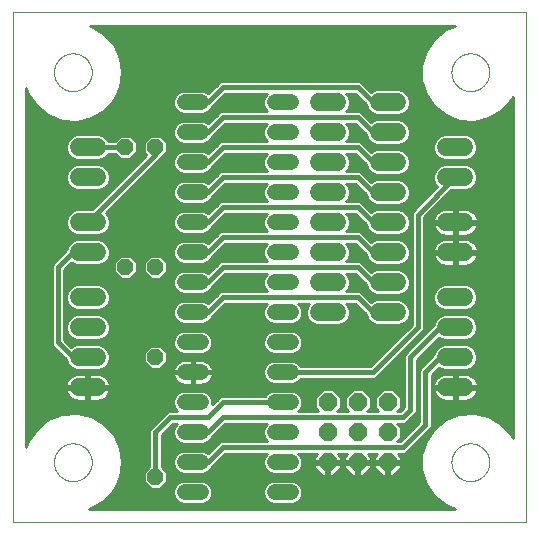
<source format=gbl>
G75*
%MOIN*%
%OFA0B0*%
%FSLAX25Y25*%
%IPPOS*%
%LPD*%
%AMOC8*
5,1,8,0,0,1.08239X$1,22.5*
%
%ADD10C,0.00000*%
%ADD11C,0.05200*%
%ADD12C,0.06000*%
%ADD13OC8,0.06000*%
%ADD14OC8,0.05200*%
%ADD15C,0.01600*%
%ADD16C,0.01000*%
D10*
X0021500Y0004000D02*
X0021500Y0173961D01*
X0192701Y0173961D01*
X0192701Y0004000D01*
X0021500Y0004000D01*
X0035201Y0024000D02*
X0035203Y0024158D01*
X0035209Y0024316D01*
X0035219Y0024474D01*
X0035233Y0024632D01*
X0035251Y0024789D01*
X0035272Y0024946D01*
X0035298Y0025102D01*
X0035328Y0025258D01*
X0035361Y0025413D01*
X0035399Y0025566D01*
X0035440Y0025719D01*
X0035485Y0025871D01*
X0035534Y0026022D01*
X0035587Y0026171D01*
X0035643Y0026319D01*
X0035703Y0026465D01*
X0035767Y0026610D01*
X0035835Y0026753D01*
X0035906Y0026895D01*
X0035980Y0027035D01*
X0036058Y0027172D01*
X0036140Y0027308D01*
X0036224Y0027442D01*
X0036313Y0027573D01*
X0036404Y0027702D01*
X0036499Y0027829D01*
X0036596Y0027954D01*
X0036697Y0028076D01*
X0036801Y0028195D01*
X0036908Y0028312D01*
X0037018Y0028426D01*
X0037131Y0028537D01*
X0037246Y0028646D01*
X0037364Y0028751D01*
X0037485Y0028853D01*
X0037608Y0028953D01*
X0037734Y0029049D01*
X0037862Y0029142D01*
X0037992Y0029232D01*
X0038125Y0029318D01*
X0038260Y0029402D01*
X0038396Y0029481D01*
X0038535Y0029558D01*
X0038676Y0029630D01*
X0038818Y0029700D01*
X0038962Y0029765D01*
X0039108Y0029827D01*
X0039255Y0029885D01*
X0039404Y0029940D01*
X0039554Y0029991D01*
X0039705Y0030038D01*
X0039857Y0030081D01*
X0040010Y0030120D01*
X0040165Y0030156D01*
X0040320Y0030187D01*
X0040476Y0030215D01*
X0040632Y0030239D01*
X0040789Y0030259D01*
X0040947Y0030275D01*
X0041104Y0030287D01*
X0041263Y0030295D01*
X0041421Y0030299D01*
X0041579Y0030299D01*
X0041737Y0030295D01*
X0041896Y0030287D01*
X0042053Y0030275D01*
X0042211Y0030259D01*
X0042368Y0030239D01*
X0042524Y0030215D01*
X0042680Y0030187D01*
X0042835Y0030156D01*
X0042990Y0030120D01*
X0043143Y0030081D01*
X0043295Y0030038D01*
X0043446Y0029991D01*
X0043596Y0029940D01*
X0043745Y0029885D01*
X0043892Y0029827D01*
X0044038Y0029765D01*
X0044182Y0029700D01*
X0044324Y0029630D01*
X0044465Y0029558D01*
X0044604Y0029481D01*
X0044740Y0029402D01*
X0044875Y0029318D01*
X0045008Y0029232D01*
X0045138Y0029142D01*
X0045266Y0029049D01*
X0045392Y0028953D01*
X0045515Y0028853D01*
X0045636Y0028751D01*
X0045754Y0028646D01*
X0045869Y0028537D01*
X0045982Y0028426D01*
X0046092Y0028312D01*
X0046199Y0028195D01*
X0046303Y0028076D01*
X0046404Y0027954D01*
X0046501Y0027829D01*
X0046596Y0027702D01*
X0046687Y0027573D01*
X0046776Y0027442D01*
X0046860Y0027308D01*
X0046942Y0027172D01*
X0047020Y0027035D01*
X0047094Y0026895D01*
X0047165Y0026753D01*
X0047233Y0026610D01*
X0047297Y0026465D01*
X0047357Y0026319D01*
X0047413Y0026171D01*
X0047466Y0026022D01*
X0047515Y0025871D01*
X0047560Y0025719D01*
X0047601Y0025566D01*
X0047639Y0025413D01*
X0047672Y0025258D01*
X0047702Y0025102D01*
X0047728Y0024946D01*
X0047749Y0024789D01*
X0047767Y0024632D01*
X0047781Y0024474D01*
X0047791Y0024316D01*
X0047797Y0024158D01*
X0047799Y0024000D01*
X0047797Y0023842D01*
X0047791Y0023684D01*
X0047781Y0023526D01*
X0047767Y0023368D01*
X0047749Y0023211D01*
X0047728Y0023054D01*
X0047702Y0022898D01*
X0047672Y0022742D01*
X0047639Y0022587D01*
X0047601Y0022434D01*
X0047560Y0022281D01*
X0047515Y0022129D01*
X0047466Y0021978D01*
X0047413Y0021829D01*
X0047357Y0021681D01*
X0047297Y0021535D01*
X0047233Y0021390D01*
X0047165Y0021247D01*
X0047094Y0021105D01*
X0047020Y0020965D01*
X0046942Y0020828D01*
X0046860Y0020692D01*
X0046776Y0020558D01*
X0046687Y0020427D01*
X0046596Y0020298D01*
X0046501Y0020171D01*
X0046404Y0020046D01*
X0046303Y0019924D01*
X0046199Y0019805D01*
X0046092Y0019688D01*
X0045982Y0019574D01*
X0045869Y0019463D01*
X0045754Y0019354D01*
X0045636Y0019249D01*
X0045515Y0019147D01*
X0045392Y0019047D01*
X0045266Y0018951D01*
X0045138Y0018858D01*
X0045008Y0018768D01*
X0044875Y0018682D01*
X0044740Y0018598D01*
X0044604Y0018519D01*
X0044465Y0018442D01*
X0044324Y0018370D01*
X0044182Y0018300D01*
X0044038Y0018235D01*
X0043892Y0018173D01*
X0043745Y0018115D01*
X0043596Y0018060D01*
X0043446Y0018009D01*
X0043295Y0017962D01*
X0043143Y0017919D01*
X0042990Y0017880D01*
X0042835Y0017844D01*
X0042680Y0017813D01*
X0042524Y0017785D01*
X0042368Y0017761D01*
X0042211Y0017741D01*
X0042053Y0017725D01*
X0041896Y0017713D01*
X0041737Y0017705D01*
X0041579Y0017701D01*
X0041421Y0017701D01*
X0041263Y0017705D01*
X0041104Y0017713D01*
X0040947Y0017725D01*
X0040789Y0017741D01*
X0040632Y0017761D01*
X0040476Y0017785D01*
X0040320Y0017813D01*
X0040165Y0017844D01*
X0040010Y0017880D01*
X0039857Y0017919D01*
X0039705Y0017962D01*
X0039554Y0018009D01*
X0039404Y0018060D01*
X0039255Y0018115D01*
X0039108Y0018173D01*
X0038962Y0018235D01*
X0038818Y0018300D01*
X0038676Y0018370D01*
X0038535Y0018442D01*
X0038396Y0018519D01*
X0038260Y0018598D01*
X0038125Y0018682D01*
X0037992Y0018768D01*
X0037862Y0018858D01*
X0037734Y0018951D01*
X0037608Y0019047D01*
X0037485Y0019147D01*
X0037364Y0019249D01*
X0037246Y0019354D01*
X0037131Y0019463D01*
X0037018Y0019574D01*
X0036908Y0019688D01*
X0036801Y0019805D01*
X0036697Y0019924D01*
X0036596Y0020046D01*
X0036499Y0020171D01*
X0036404Y0020298D01*
X0036313Y0020427D01*
X0036224Y0020558D01*
X0036140Y0020692D01*
X0036058Y0020828D01*
X0035980Y0020965D01*
X0035906Y0021105D01*
X0035835Y0021247D01*
X0035767Y0021390D01*
X0035703Y0021535D01*
X0035643Y0021681D01*
X0035587Y0021829D01*
X0035534Y0021978D01*
X0035485Y0022129D01*
X0035440Y0022281D01*
X0035399Y0022434D01*
X0035361Y0022587D01*
X0035328Y0022742D01*
X0035298Y0022898D01*
X0035272Y0023054D01*
X0035251Y0023211D01*
X0035233Y0023368D01*
X0035219Y0023526D01*
X0035209Y0023684D01*
X0035203Y0023842D01*
X0035201Y0024000D01*
X0167701Y0024000D02*
X0167703Y0024158D01*
X0167709Y0024316D01*
X0167719Y0024474D01*
X0167733Y0024632D01*
X0167751Y0024789D01*
X0167772Y0024946D01*
X0167798Y0025102D01*
X0167828Y0025258D01*
X0167861Y0025413D01*
X0167899Y0025566D01*
X0167940Y0025719D01*
X0167985Y0025871D01*
X0168034Y0026022D01*
X0168087Y0026171D01*
X0168143Y0026319D01*
X0168203Y0026465D01*
X0168267Y0026610D01*
X0168335Y0026753D01*
X0168406Y0026895D01*
X0168480Y0027035D01*
X0168558Y0027172D01*
X0168640Y0027308D01*
X0168724Y0027442D01*
X0168813Y0027573D01*
X0168904Y0027702D01*
X0168999Y0027829D01*
X0169096Y0027954D01*
X0169197Y0028076D01*
X0169301Y0028195D01*
X0169408Y0028312D01*
X0169518Y0028426D01*
X0169631Y0028537D01*
X0169746Y0028646D01*
X0169864Y0028751D01*
X0169985Y0028853D01*
X0170108Y0028953D01*
X0170234Y0029049D01*
X0170362Y0029142D01*
X0170492Y0029232D01*
X0170625Y0029318D01*
X0170760Y0029402D01*
X0170896Y0029481D01*
X0171035Y0029558D01*
X0171176Y0029630D01*
X0171318Y0029700D01*
X0171462Y0029765D01*
X0171608Y0029827D01*
X0171755Y0029885D01*
X0171904Y0029940D01*
X0172054Y0029991D01*
X0172205Y0030038D01*
X0172357Y0030081D01*
X0172510Y0030120D01*
X0172665Y0030156D01*
X0172820Y0030187D01*
X0172976Y0030215D01*
X0173132Y0030239D01*
X0173289Y0030259D01*
X0173447Y0030275D01*
X0173604Y0030287D01*
X0173763Y0030295D01*
X0173921Y0030299D01*
X0174079Y0030299D01*
X0174237Y0030295D01*
X0174396Y0030287D01*
X0174553Y0030275D01*
X0174711Y0030259D01*
X0174868Y0030239D01*
X0175024Y0030215D01*
X0175180Y0030187D01*
X0175335Y0030156D01*
X0175490Y0030120D01*
X0175643Y0030081D01*
X0175795Y0030038D01*
X0175946Y0029991D01*
X0176096Y0029940D01*
X0176245Y0029885D01*
X0176392Y0029827D01*
X0176538Y0029765D01*
X0176682Y0029700D01*
X0176824Y0029630D01*
X0176965Y0029558D01*
X0177104Y0029481D01*
X0177240Y0029402D01*
X0177375Y0029318D01*
X0177508Y0029232D01*
X0177638Y0029142D01*
X0177766Y0029049D01*
X0177892Y0028953D01*
X0178015Y0028853D01*
X0178136Y0028751D01*
X0178254Y0028646D01*
X0178369Y0028537D01*
X0178482Y0028426D01*
X0178592Y0028312D01*
X0178699Y0028195D01*
X0178803Y0028076D01*
X0178904Y0027954D01*
X0179001Y0027829D01*
X0179096Y0027702D01*
X0179187Y0027573D01*
X0179276Y0027442D01*
X0179360Y0027308D01*
X0179442Y0027172D01*
X0179520Y0027035D01*
X0179594Y0026895D01*
X0179665Y0026753D01*
X0179733Y0026610D01*
X0179797Y0026465D01*
X0179857Y0026319D01*
X0179913Y0026171D01*
X0179966Y0026022D01*
X0180015Y0025871D01*
X0180060Y0025719D01*
X0180101Y0025566D01*
X0180139Y0025413D01*
X0180172Y0025258D01*
X0180202Y0025102D01*
X0180228Y0024946D01*
X0180249Y0024789D01*
X0180267Y0024632D01*
X0180281Y0024474D01*
X0180291Y0024316D01*
X0180297Y0024158D01*
X0180299Y0024000D01*
X0180297Y0023842D01*
X0180291Y0023684D01*
X0180281Y0023526D01*
X0180267Y0023368D01*
X0180249Y0023211D01*
X0180228Y0023054D01*
X0180202Y0022898D01*
X0180172Y0022742D01*
X0180139Y0022587D01*
X0180101Y0022434D01*
X0180060Y0022281D01*
X0180015Y0022129D01*
X0179966Y0021978D01*
X0179913Y0021829D01*
X0179857Y0021681D01*
X0179797Y0021535D01*
X0179733Y0021390D01*
X0179665Y0021247D01*
X0179594Y0021105D01*
X0179520Y0020965D01*
X0179442Y0020828D01*
X0179360Y0020692D01*
X0179276Y0020558D01*
X0179187Y0020427D01*
X0179096Y0020298D01*
X0179001Y0020171D01*
X0178904Y0020046D01*
X0178803Y0019924D01*
X0178699Y0019805D01*
X0178592Y0019688D01*
X0178482Y0019574D01*
X0178369Y0019463D01*
X0178254Y0019354D01*
X0178136Y0019249D01*
X0178015Y0019147D01*
X0177892Y0019047D01*
X0177766Y0018951D01*
X0177638Y0018858D01*
X0177508Y0018768D01*
X0177375Y0018682D01*
X0177240Y0018598D01*
X0177104Y0018519D01*
X0176965Y0018442D01*
X0176824Y0018370D01*
X0176682Y0018300D01*
X0176538Y0018235D01*
X0176392Y0018173D01*
X0176245Y0018115D01*
X0176096Y0018060D01*
X0175946Y0018009D01*
X0175795Y0017962D01*
X0175643Y0017919D01*
X0175490Y0017880D01*
X0175335Y0017844D01*
X0175180Y0017813D01*
X0175024Y0017785D01*
X0174868Y0017761D01*
X0174711Y0017741D01*
X0174553Y0017725D01*
X0174396Y0017713D01*
X0174237Y0017705D01*
X0174079Y0017701D01*
X0173921Y0017701D01*
X0173763Y0017705D01*
X0173604Y0017713D01*
X0173447Y0017725D01*
X0173289Y0017741D01*
X0173132Y0017761D01*
X0172976Y0017785D01*
X0172820Y0017813D01*
X0172665Y0017844D01*
X0172510Y0017880D01*
X0172357Y0017919D01*
X0172205Y0017962D01*
X0172054Y0018009D01*
X0171904Y0018060D01*
X0171755Y0018115D01*
X0171608Y0018173D01*
X0171462Y0018235D01*
X0171318Y0018300D01*
X0171176Y0018370D01*
X0171035Y0018442D01*
X0170896Y0018519D01*
X0170760Y0018598D01*
X0170625Y0018682D01*
X0170492Y0018768D01*
X0170362Y0018858D01*
X0170234Y0018951D01*
X0170108Y0019047D01*
X0169985Y0019147D01*
X0169864Y0019249D01*
X0169746Y0019354D01*
X0169631Y0019463D01*
X0169518Y0019574D01*
X0169408Y0019688D01*
X0169301Y0019805D01*
X0169197Y0019924D01*
X0169096Y0020046D01*
X0168999Y0020171D01*
X0168904Y0020298D01*
X0168813Y0020427D01*
X0168724Y0020558D01*
X0168640Y0020692D01*
X0168558Y0020828D01*
X0168480Y0020965D01*
X0168406Y0021105D01*
X0168335Y0021247D01*
X0168267Y0021390D01*
X0168203Y0021535D01*
X0168143Y0021681D01*
X0168087Y0021829D01*
X0168034Y0021978D01*
X0167985Y0022129D01*
X0167940Y0022281D01*
X0167899Y0022434D01*
X0167861Y0022587D01*
X0167828Y0022742D01*
X0167798Y0022898D01*
X0167772Y0023054D01*
X0167751Y0023211D01*
X0167733Y0023368D01*
X0167719Y0023526D01*
X0167709Y0023684D01*
X0167703Y0023842D01*
X0167701Y0024000D01*
X0167701Y0154000D02*
X0167703Y0154158D01*
X0167709Y0154316D01*
X0167719Y0154474D01*
X0167733Y0154632D01*
X0167751Y0154789D01*
X0167772Y0154946D01*
X0167798Y0155102D01*
X0167828Y0155258D01*
X0167861Y0155413D01*
X0167899Y0155566D01*
X0167940Y0155719D01*
X0167985Y0155871D01*
X0168034Y0156022D01*
X0168087Y0156171D01*
X0168143Y0156319D01*
X0168203Y0156465D01*
X0168267Y0156610D01*
X0168335Y0156753D01*
X0168406Y0156895D01*
X0168480Y0157035D01*
X0168558Y0157172D01*
X0168640Y0157308D01*
X0168724Y0157442D01*
X0168813Y0157573D01*
X0168904Y0157702D01*
X0168999Y0157829D01*
X0169096Y0157954D01*
X0169197Y0158076D01*
X0169301Y0158195D01*
X0169408Y0158312D01*
X0169518Y0158426D01*
X0169631Y0158537D01*
X0169746Y0158646D01*
X0169864Y0158751D01*
X0169985Y0158853D01*
X0170108Y0158953D01*
X0170234Y0159049D01*
X0170362Y0159142D01*
X0170492Y0159232D01*
X0170625Y0159318D01*
X0170760Y0159402D01*
X0170896Y0159481D01*
X0171035Y0159558D01*
X0171176Y0159630D01*
X0171318Y0159700D01*
X0171462Y0159765D01*
X0171608Y0159827D01*
X0171755Y0159885D01*
X0171904Y0159940D01*
X0172054Y0159991D01*
X0172205Y0160038D01*
X0172357Y0160081D01*
X0172510Y0160120D01*
X0172665Y0160156D01*
X0172820Y0160187D01*
X0172976Y0160215D01*
X0173132Y0160239D01*
X0173289Y0160259D01*
X0173447Y0160275D01*
X0173604Y0160287D01*
X0173763Y0160295D01*
X0173921Y0160299D01*
X0174079Y0160299D01*
X0174237Y0160295D01*
X0174396Y0160287D01*
X0174553Y0160275D01*
X0174711Y0160259D01*
X0174868Y0160239D01*
X0175024Y0160215D01*
X0175180Y0160187D01*
X0175335Y0160156D01*
X0175490Y0160120D01*
X0175643Y0160081D01*
X0175795Y0160038D01*
X0175946Y0159991D01*
X0176096Y0159940D01*
X0176245Y0159885D01*
X0176392Y0159827D01*
X0176538Y0159765D01*
X0176682Y0159700D01*
X0176824Y0159630D01*
X0176965Y0159558D01*
X0177104Y0159481D01*
X0177240Y0159402D01*
X0177375Y0159318D01*
X0177508Y0159232D01*
X0177638Y0159142D01*
X0177766Y0159049D01*
X0177892Y0158953D01*
X0178015Y0158853D01*
X0178136Y0158751D01*
X0178254Y0158646D01*
X0178369Y0158537D01*
X0178482Y0158426D01*
X0178592Y0158312D01*
X0178699Y0158195D01*
X0178803Y0158076D01*
X0178904Y0157954D01*
X0179001Y0157829D01*
X0179096Y0157702D01*
X0179187Y0157573D01*
X0179276Y0157442D01*
X0179360Y0157308D01*
X0179442Y0157172D01*
X0179520Y0157035D01*
X0179594Y0156895D01*
X0179665Y0156753D01*
X0179733Y0156610D01*
X0179797Y0156465D01*
X0179857Y0156319D01*
X0179913Y0156171D01*
X0179966Y0156022D01*
X0180015Y0155871D01*
X0180060Y0155719D01*
X0180101Y0155566D01*
X0180139Y0155413D01*
X0180172Y0155258D01*
X0180202Y0155102D01*
X0180228Y0154946D01*
X0180249Y0154789D01*
X0180267Y0154632D01*
X0180281Y0154474D01*
X0180291Y0154316D01*
X0180297Y0154158D01*
X0180299Y0154000D01*
X0180297Y0153842D01*
X0180291Y0153684D01*
X0180281Y0153526D01*
X0180267Y0153368D01*
X0180249Y0153211D01*
X0180228Y0153054D01*
X0180202Y0152898D01*
X0180172Y0152742D01*
X0180139Y0152587D01*
X0180101Y0152434D01*
X0180060Y0152281D01*
X0180015Y0152129D01*
X0179966Y0151978D01*
X0179913Y0151829D01*
X0179857Y0151681D01*
X0179797Y0151535D01*
X0179733Y0151390D01*
X0179665Y0151247D01*
X0179594Y0151105D01*
X0179520Y0150965D01*
X0179442Y0150828D01*
X0179360Y0150692D01*
X0179276Y0150558D01*
X0179187Y0150427D01*
X0179096Y0150298D01*
X0179001Y0150171D01*
X0178904Y0150046D01*
X0178803Y0149924D01*
X0178699Y0149805D01*
X0178592Y0149688D01*
X0178482Y0149574D01*
X0178369Y0149463D01*
X0178254Y0149354D01*
X0178136Y0149249D01*
X0178015Y0149147D01*
X0177892Y0149047D01*
X0177766Y0148951D01*
X0177638Y0148858D01*
X0177508Y0148768D01*
X0177375Y0148682D01*
X0177240Y0148598D01*
X0177104Y0148519D01*
X0176965Y0148442D01*
X0176824Y0148370D01*
X0176682Y0148300D01*
X0176538Y0148235D01*
X0176392Y0148173D01*
X0176245Y0148115D01*
X0176096Y0148060D01*
X0175946Y0148009D01*
X0175795Y0147962D01*
X0175643Y0147919D01*
X0175490Y0147880D01*
X0175335Y0147844D01*
X0175180Y0147813D01*
X0175024Y0147785D01*
X0174868Y0147761D01*
X0174711Y0147741D01*
X0174553Y0147725D01*
X0174396Y0147713D01*
X0174237Y0147705D01*
X0174079Y0147701D01*
X0173921Y0147701D01*
X0173763Y0147705D01*
X0173604Y0147713D01*
X0173447Y0147725D01*
X0173289Y0147741D01*
X0173132Y0147761D01*
X0172976Y0147785D01*
X0172820Y0147813D01*
X0172665Y0147844D01*
X0172510Y0147880D01*
X0172357Y0147919D01*
X0172205Y0147962D01*
X0172054Y0148009D01*
X0171904Y0148060D01*
X0171755Y0148115D01*
X0171608Y0148173D01*
X0171462Y0148235D01*
X0171318Y0148300D01*
X0171176Y0148370D01*
X0171035Y0148442D01*
X0170896Y0148519D01*
X0170760Y0148598D01*
X0170625Y0148682D01*
X0170492Y0148768D01*
X0170362Y0148858D01*
X0170234Y0148951D01*
X0170108Y0149047D01*
X0169985Y0149147D01*
X0169864Y0149249D01*
X0169746Y0149354D01*
X0169631Y0149463D01*
X0169518Y0149574D01*
X0169408Y0149688D01*
X0169301Y0149805D01*
X0169197Y0149924D01*
X0169096Y0150046D01*
X0168999Y0150171D01*
X0168904Y0150298D01*
X0168813Y0150427D01*
X0168724Y0150558D01*
X0168640Y0150692D01*
X0168558Y0150828D01*
X0168480Y0150965D01*
X0168406Y0151105D01*
X0168335Y0151247D01*
X0168267Y0151390D01*
X0168203Y0151535D01*
X0168143Y0151681D01*
X0168087Y0151829D01*
X0168034Y0151978D01*
X0167985Y0152129D01*
X0167940Y0152281D01*
X0167899Y0152434D01*
X0167861Y0152587D01*
X0167828Y0152742D01*
X0167798Y0152898D01*
X0167772Y0153054D01*
X0167751Y0153211D01*
X0167733Y0153368D01*
X0167719Y0153526D01*
X0167709Y0153684D01*
X0167703Y0153842D01*
X0167701Y0154000D01*
X0035201Y0154000D02*
X0035203Y0154158D01*
X0035209Y0154316D01*
X0035219Y0154474D01*
X0035233Y0154632D01*
X0035251Y0154789D01*
X0035272Y0154946D01*
X0035298Y0155102D01*
X0035328Y0155258D01*
X0035361Y0155413D01*
X0035399Y0155566D01*
X0035440Y0155719D01*
X0035485Y0155871D01*
X0035534Y0156022D01*
X0035587Y0156171D01*
X0035643Y0156319D01*
X0035703Y0156465D01*
X0035767Y0156610D01*
X0035835Y0156753D01*
X0035906Y0156895D01*
X0035980Y0157035D01*
X0036058Y0157172D01*
X0036140Y0157308D01*
X0036224Y0157442D01*
X0036313Y0157573D01*
X0036404Y0157702D01*
X0036499Y0157829D01*
X0036596Y0157954D01*
X0036697Y0158076D01*
X0036801Y0158195D01*
X0036908Y0158312D01*
X0037018Y0158426D01*
X0037131Y0158537D01*
X0037246Y0158646D01*
X0037364Y0158751D01*
X0037485Y0158853D01*
X0037608Y0158953D01*
X0037734Y0159049D01*
X0037862Y0159142D01*
X0037992Y0159232D01*
X0038125Y0159318D01*
X0038260Y0159402D01*
X0038396Y0159481D01*
X0038535Y0159558D01*
X0038676Y0159630D01*
X0038818Y0159700D01*
X0038962Y0159765D01*
X0039108Y0159827D01*
X0039255Y0159885D01*
X0039404Y0159940D01*
X0039554Y0159991D01*
X0039705Y0160038D01*
X0039857Y0160081D01*
X0040010Y0160120D01*
X0040165Y0160156D01*
X0040320Y0160187D01*
X0040476Y0160215D01*
X0040632Y0160239D01*
X0040789Y0160259D01*
X0040947Y0160275D01*
X0041104Y0160287D01*
X0041263Y0160295D01*
X0041421Y0160299D01*
X0041579Y0160299D01*
X0041737Y0160295D01*
X0041896Y0160287D01*
X0042053Y0160275D01*
X0042211Y0160259D01*
X0042368Y0160239D01*
X0042524Y0160215D01*
X0042680Y0160187D01*
X0042835Y0160156D01*
X0042990Y0160120D01*
X0043143Y0160081D01*
X0043295Y0160038D01*
X0043446Y0159991D01*
X0043596Y0159940D01*
X0043745Y0159885D01*
X0043892Y0159827D01*
X0044038Y0159765D01*
X0044182Y0159700D01*
X0044324Y0159630D01*
X0044465Y0159558D01*
X0044604Y0159481D01*
X0044740Y0159402D01*
X0044875Y0159318D01*
X0045008Y0159232D01*
X0045138Y0159142D01*
X0045266Y0159049D01*
X0045392Y0158953D01*
X0045515Y0158853D01*
X0045636Y0158751D01*
X0045754Y0158646D01*
X0045869Y0158537D01*
X0045982Y0158426D01*
X0046092Y0158312D01*
X0046199Y0158195D01*
X0046303Y0158076D01*
X0046404Y0157954D01*
X0046501Y0157829D01*
X0046596Y0157702D01*
X0046687Y0157573D01*
X0046776Y0157442D01*
X0046860Y0157308D01*
X0046942Y0157172D01*
X0047020Y0157035D01*
X0047094Y0156895D01*
X0047165Y0156753D01*
X0047233Y0156610D01*
X0047297Y0156465D01*
X0047357Y0156319D01*
X0047413Y0156171D01*
X0047466Y0156022D01*
X0047515Y0155871D01*
X0047560Y0155719D01*
X0047601Y0155566D01*
X0047639Y0155413D01*
X0047672Y0155258D01*
X0047702Y0155102D01*
X0047728Y0154946D01*
X0047749Y0154789D01*
X0047767Y0154632D01*
X0047781Y0154474D01*
X0047791Y0154316D01*
X0047797Y0154158D01*
X0047799Y0154000D01*
X0047797Y0153842D01*
X0047791Y0153684D01*
X0047781Y0153526D01*
X0047767Y0153368D01*
X0047749Y0153211D01*
X0047728Y0153054D01*
X0047702Y0152898D01*
X0047672Y0152742D01*
X0047639Y0152587D01*
X0047601Y0152434D01*
X0047560Y0152281D01*
X0047515Y0152129D01*
X0047466Y0151978D01*
X0047413Y0151829D01*
X0047357Y0151681D01*
X0047297Y0151535D01*
X0047233Y0151390D01*
X0047165Y0151247D01*
X0047094Y0151105D01*
X0047020Y0150965D01*
X0046942Y0150828D01*
X0046860Y0150692D01*
X0046776Y0150558D01*
X0046687Y0150427D01*
X0046596Y0150298D01*
X0046501Y0150171D01*
X0046404Y0150046D01*
X0046303Y0149924D01*
X0046199Y0149805D01*
X0046092Y0149688D01*
X0045982Y0149574D01*
X0045869Y0149463D01*
X0045754Y0149354D01*
X0045636Y0149249D01*
X0045515Y0149147D01*
X0045392Y0149047D01*
X0045266Y0148951D01*
X0045138Y0148858D01*
X0045008Y0148768D01*
X0044875Y0148682D01*
X0044740Y0148598D01*
X0044604Y0148519D01*
X0044465Y0148442D01*
X0044324Y0148370D01*
X0044182Y0148300D01*
X0044038Y0148235D01*
X0043892Y0148173D01*
X0043745Y0148115D01*
X0043596Y0148060D01*
X0043446Y0148009D01*
X0043295Y0147962D01*
X0043143Y0147919D01*
X0042990Y0147880D01*
X0042835Y0147844D01*
X0042680Y0147813D01*
X0042524Y0147785D01*
X0042368Y0147761D01*
X0042211Y0147741D01*
X0042053Y0147725D01*
X0041896Y0147713D01*
X0041737Y0147705D01*
X0041579Y0147701D01*
X0041421Y0147701D01*
X0041263Y0147705D01*
X0041104Y0147713D01*
X0040947Y0147725D01*
X0040789Y0147741D01*
X0040632Y0147761D01*
X0040476Y0147785D01*
X0040320Y0147813D01*
X0040165Y0147844D01*
X0040010Y0147880D01*
X0039857Y0147919D01*
X0039705Y0147962D01*
X0039554Y0148009D01*
X0039404Y0148060D01*
X0039255Y0148115D01*
X0039108Y0148173D01*
X0038962Y0148235D01*
X0038818Y0148300D01*
X0038676Y0148370D01*
X0038535Y0148442D01*
X0038396Y0148519D01*
X0038260Y0148598D01*
X0038125Y0148682D01*
X0037992Y0148768D01*
X0037862Y0148858D01*
X0037734Y0148951D01*
X0037608Y0149047D01*
X0037485Y0149147D01*
X0037364Y0149249D01*
X0037246Y0149354D01*
X0037131Y0149463D01*
X0037018Y0149574D01*
X0036908Y0149688D01*
X0036801Y0149805D01*
X0036697Y0149924D01*
X0036596Y0150046D01*
X0036499Y0150171D01*
X0036404Y0150298D01*
X0036313Y0150427D01*
X0036224Y0150558D01*
X0036140Y0150692D01*
X0036058Y0150828D01*
X0035980Y0150965D01*
X0035906Y0151105D01*
X0035835Y0151247D01*
X0035767Y0151390D01*
X0035703Y0151535D01*
X0035643Y0151681D01*
X0035587Y0151829D01*
X0035534Y0151978D01*
X0035485Y0152129D01*
X0035440Y0152281D01*
X0035399Y0152434D01*
X0035361Y0152587D01*
X0035328Y0152742D01*
X0035298Y0152898D01*
X0035272Y0153054D01*
X0035251Y0153211D01*
X0035233Y0153368D01*
X0035219Y0153526D01*
X0035209Y0153684D01*
X0035203Y0153842D01*
X0035201Y0154000D01*
D11*
X0078900Y0144000D02*
X0084100Y0144000D01*
X0084100Y0134000D02*
X0078900Y0134000D01*
X0078900Y0124000D02*
X0084100Y0124000D01*
X0084100Y0114000D02*
X0078900Y0114000D01*
X0078900Y0104000D02*
X0084100Y0104000D01*
X0084100Y0094000D02*
X0078900Y0094000D01*
X0078900Y0084000D02*
X0084100Y0084000D01*
X0084100Y0074000D02*
X0078900Y0074000D01*
X0078900Y0064000D02*
X0084100Y0064000D01*
X0084100Y0054000D02*
X0078900Y0054000D01*
X0078900Y0044000D02*
X0084100Y0044000D01*
X0084100Y0034000D02*
X0078900Y0034000D01*
X0078900Y0024000D02*
X0084100Y0024000D01*
X0084100Y0014000D02*
X0078900Y0014000D01*
X0108900Y0014000D02*
X0114100Y0014000D01*
X0114100Y0024000D02*
X0108900Y0024000D01*
X0108900Y0034000D02*
X0114100Y0034000D01*
X0114100Y0044000D02*
X0108900Y0044000D01*
X0108900Y0054000D02*
X0114100Y0054000D01*
X0114100Y0064000D02*
X0108900Y0064000D01*
X0108900Y0074000D02*
X0114100Y0074000D01*
X0114100Y0084000D02*
X0108900Y0084000D01*
X0108900Y0094000D02*
X0114100Y0094000D01*
X0114100Y0104000D02*
X0108900Y0104000D01*
X0108900Y0114000D02*
X0114100Y0114000D01*
X0114100Y0124000D02*
X0108900Y0124000D01*
X0108900Y0134000D02*
X0114100Y0134000D01*
X0114100Y0144000D02*
X0108900Y0144000D01*
D12*
X0123500Y0144000D02*
X0129500Y0144000D01*
X0129500Y0134000D02*
X0123500Y0134000D01*
X0123500Y0124000D02*
X0129500Y0124000D01*
X0129500Y0114000D02*
X0123500Y0114000D01*
X0123500Y0104000D02*
X0129500Y0104000D01*
X0129500Y0094000D02*
X0123500Y0094000D01*
X0123500Y0084000D02*
X0129500Y0084000D01*
X0129500Y0074000D02*
X0123500Y0074000D01*
X0143500Y0074000D02*
X0149500Y0074000D01*
X0149500Y0084000D02*
X0143500Y0084000D01*
X0143500Y0094000D02*
X0149500Y0094000D01*
X0149500Y0104000D02*
X0143500Y0104000D01*
X0143500Y0114000D02*
X0149500Y0114000D01*
X0149500Y0124000D02*
X0143500Y0124000D01*
X0143500Y0134000D02*
X0149500Y0134000D01*
X0149500Y0144000D02*
X0143500Y0144000D01*
X0166000Y0129000D02*
X0172000Y0129000D01*
X0172000Y0119000D02*
X0166000Y0119000D01*
X0166000Y0104000D02*
X0172000Y0104000D01*
X0172000Y0094000D02*
X0166000Y0094000D01*
X0166000Y0079000D02*
X0172000Y0079000D01*
X0172000Y0069000D02*
X0166000Y0069000D01*
X0166000Y0059000D02*
X0172000Y0059000D01*
X0172000Y0049000D02*
X0166000Y0049000D01*
X0049500Y0049000D02*
X0043500Y0049000D01*
X0043500Y0059000D02*
X0049500Y0059000D01*
X0049500Y0069000D02*
X0043500Y0069000D01*
X0043500Y0079000D02*
X0049500Y0079000D01*
X0049500Y0094000D02*
X0043500Y0094000D01*
X0043500Y0104000D02*
X0049500Y0104000D01*
X0049500Y0119000D02*
X0043500Y0119000D01*
X0043500Y0129000D02*
X0049500Y0129000D01*
D13*
X0126500Y0044000D03*
X0136500Y0044000D03*
X0136500Y0044000D03*
X0146500Y0044000D03*
X0146500Y0034000D03*
X0136500Y0034000D03*
X0136500Y0034000D03*
X0126500Y0034000D03*
X0126500Y0024000D03*
X0136500Y0024000D03*
X0136500Y0024000D03*
X0146500Y0024000D03*
D14*
X0069000Y0019000D03*
X0069000Y0059000D03*
X0069000Y0089000D03*
X0059000Y0089000D03*
X0059000Y0129000D03*
X0069000Y0129000D03*
D15*
X0069000Y0126500D01*
X0046500Y0104000D01*
X0046500Y0094000D02*
X0041500Y0094000D01*
X0036500Y0089000D01*
X0036500Y0064000D01*
X0041500Y0059000D01*
X0046500Y0059000D01*
X0069000Y0034000D02*
X0074000Y0039000D01*
X0086500Y0039000D01*
X0091500Y0044000D01*
X0111500Y0044000D01*
X0111500Y0054000D02*
X0141500Y0054000D01*
X0156500Y0069000D01*
X0156500Y0106500D01*
X0169000Y0119000D01*
X0146500Y0114000D02*
X0141500Y0114000D01*
X0136500Y0119000D01*
X0091500Y0119000D01*
X0086500Y0114000D01*
X0081500Y0114000D01*
X0081500Y0104000D02*
X0086500Y0104000D01*
X0091500Y0109000D01*
X0136500Y0109000D01*
X0141500Y0104000D01*
X0146500Y0104000D01*
X0136500Y0099000D02*
X0141500Y0094000D01*
X0146500Y0094000D01*
X0136500Y0089000D02*
X0141500Y0084000D01*
X0146500Y0084000D01*
X0146500Y0074000D02*
X0141500Y0074000D01*
X0136500Y0079000D01*
X0091500Y0079000D01*
X0086500Y0074000D01*
X0081500Y0074000D01*
X0081500Y0084000D02*
X0086500Y0084000D01*
X0091500Y0089000D01*
X0136500Y0089000D01*
X0136500Y0099000D02*
X0091500Y0099000D01*
X0086500Y0094000D01*
X0081500Y0094000D01*
X0081500Y0124000D02*
X0086500Y0124000D01*
X0091500Y0129000D01*
X0136500Y0129000D01*
X0141500Y0124000D01*
X0146500Y0124000D01*
X0146500Y0134000D02*
X0141500Y0134000D01*
X0136500Y0139000D01*
X0091500Y0139000D01*
X0086500Y0134000D01*
X0081500Y0134000D01*
X0081500Y0144000D02*
X0086500Y0144000D01*
X0091500Y0149000D01*
X0136500Y0149000D01*
X0141500Y0144000D01*
X0146500Y0144000D01*
X0059000Y0129000D02*
X0046500Y0129000D01*
X0154000Y0059000D02*
X0164000Y0069000D01*
X0169000Y0069000D01*
X0169000Y0059000D02*
X0164000Y0059000D01*
X0159000Y0054000D01*
X0159000Y0036500D01*
X0151500Y0029000D01*
X0091500Y0029000D01*
X0086500Y0024000D01*
X0081500Y0024000D01*
X0069000Y0019000D02*
X0069000Y0034000D01*
X0081500Y0034000D02*
X0086500Y0034000D01*
X0091500Y0039000D01*
X0151500Y0039000D01*
X0154000Y0041500D01*
X0154000Y0059000D01*
D16*
X0151900Y0058918D02*
X0149388Y0058918D01*
X0148389Y0057920D02*
X0151900Y0057920D01*
X0151900Y0056921D02*
X0147391Y0056921D01*
X0146392Y0055923D02*
X0151900Y0055923D01*
X0151900Y0054924D02*
X0145394Y0054924D01*
X0144395Y0053926D02*
X0151900Y0053926D01*
X0151900Y0052927D02*
X0143397Y0052927D01*
X0142398Y0051929D02*
X0151900Y0051929D01*
X0151900Y0050930D02*
X0116545Y0050930D01*
X0116309Y0050694D02*
X0117406Y0051791D01*
X0117451Y0051900D01*
X0142370Y0051900D01*
X0157370Y0066900D01*
X0158600Y0068130D01*
X0158600Y0105630D01*
X0167670Y0114700D01*
X0172855Y0114700D01*
X0174436Y0115355D01*
X0175645Y0116564D01*
X0176300Y0118145D01*
X0176300Y0119855D01*
X0175645Y0121436D01*
X0174436Y0122645D01*
X0172855Y0123300D01*
X0165145Y0123300D01*
X0163564Y0122645D01*
X0162355Y0121436D01*
X0161700Y0119855D01*
X0161700Y0118145D01*
X0162355Y0116564D01*
X0162975Y0115944D01*
X0154400Y0107370D01*
X0154400Y0069870D01*
X0140630Y0056100D01*
X0117451Y0056100D01*
X0117406Y0056209D01*
X0116309Y0057306D01*
X0114876Y0057900D01*
X0108124Y0057900D01*
X0106691Y0057306D01*
X0105594Y0056209D01*
X0105000Y0054776D01*
X0105000Y0053224D01*
X0105594Y0051791D01*
X0106691Y0050694D01*
X0108124Y0050100D01*
X0114876Y0050100D01*
X0116309Y0050694D01*
X0114876Y0047900D02*
X0108124Y0047900D01*
X0106691Y0047306D01*
X0105594Y0046209D01*
X0105549Y0046100D01*
X0090630Y0046100D01*
X0089400Y0044870D01*
X0088000Y0043470D01*
X0088000Y0044776D01*
X0087406Y0046209D01*
X0086309Y0047306D01*
X0084876Y0047900D01*
X0078124Y0047900D01*
X0076691Y0047306D01*
X0075594Y0046209D01*
X0075000Y0044776D01*
X0075000Y0043224D01*
X0075594Y0041791D01*
X0076285Y0041100D01*
X0073130Y0041100D01*
X0071900Y0039870D01*
X0066900Y0034870D01*
X0066900Y0022415D01*
X0065100Y0020615D01*
X0065100Y0017385D01*
X0067385Y0015100D01*
X0070615Y0015100D01*
X0072900Y0017385D01*
X0072900Y0020615D01*
X0071100Y0022415D01*
X0071100Y0033130D01*
X0074870Y0036900D01*
X0076285Y0036900D01*
X0075594Y0036209D01*
X0075000Y0034776D01*
X0075000Y0033224D01*
X0075594Y0031791D01*
X0076691Y0030694D01*
X0078124Y0030100D01*
X0084876Y0030100D01*
X0086309Y0030694D01*
X0087406Y0031791D01*
X0087509Y0032039D01*
X0092370Y0036900D01*
X0106285Y0036900D01*
X0105594Y0036209D01*
X0105000Y0034776D01*
X0105000Y0033224D01*
X0105594Y0031791D01*
X0106285Y0031100D01*
X0090630Y0031100D01*
X0086573Y0027043D01*
X0086309Y0027306D01*
X0084876Y0027900D01*
X0078124Y0027900D01*
X0076691Y0027306D01*
X0075594Y0026209D01*
X0075000Y0024776D01*
X0075000Y0023224D01*
X0075594Y0021791D01*
X0076691Y0020694D01*
X0078124Y0020100D01*
X0084876Y0020100D01*
X0086309Y0020694D01*
X0087406Y0021791D01*
X0087509Y0022039D01*
X0088600Y0023130D01*
X0092370Y0026900D01*
X0106285Y0026900D01*
X0105594Y0026209D01*
X0105000Y0024776D01*
X0105000Y0023224D01*
X0105594Y0021791D01*
X0106691Y0020694D01*
X0108124Y0020100D01*
X0114876Y0020100D01*
X0116309Y0020694D01*
X0117406Y0021791D01*
X0118000Y0023224D01*
X0118000Y0024776D01*
X0117406Y0026209D01*
X0116715Y0026900D01*
X0123036Y0026900D01*
X0122000Y0025864D01*
X0122000Y0024500D01*
X0126000Y0024500D01*
X0126000Y0023500D01*
X0127000Y0023500D01*
X0127000Y0024500D01*
X0131000Y0024500D01*
X0131000Y0025864D01*
X0129964Y0026900D01*
X0133036Y0026900D01*
X0132000Y0025864D01*
X0132000Y0024500D01*
X0136000Y0024500D01*
X0136000Y0026900D01*
X0137000Y0026900D01*
X0137000Y0024500D01*
X0141000Y0024500D01*
X0141000Y0025864D01*
X0139964Y0026900D01*
X0143036Y0026900D01*
X0142000Y0025864D01*
X0142000Y0024500D01*
X0146000Y0024500D01*
X0146000Y0023500D01*
X0147000Y0023500D01*
X0147000Y0024500D01*
X0151000Y0024500D01*
X0151000Y0025864D01*
X0149964Y0026900D01*
X0152370Y0026900D01*
X0153600Y0028130D01*
X0153600Y0028130D01*
X0159870Y0034400D01*
X0161100Y0035630D01*
X0161100Y0053130D01*
X0163444Y0055475D01*
X0163564Y0055355D01*
X0165145Y0054700D01*
X0172855Y0054700D01*
X0174436Y0055355D01*
X0175645Y0056564D01*
X0176300Y0058145D01*
X0176300Y0059855D01*
X0175645Y0061436D01*
X0174436Y0062645D01*
X0172855Y0063300D01*
X0165145Y0063300D01*
X0163564Y0062645D01*
X0162355Y0061436D01*
X0161700Y0059855D01*
X0161700Y0059670D01*
X0156900Y0054870D01*
X0156900Y0037370D01*
X0150630Y0031100D01*
X0149681Y0031100D01*
X0150800Y0032219D01*
X0150800Y0035781D01*
X0149681Y0036900D01*
X0152370Y0036900D01*
X0154870Y0039400D01*
X0156100Y0040630D01*
X0156100Y0058130D01*
X0163444Y0065475D01*
X0163564Y0065355D01*
X0165145Y0064700D01*
X0172855Y0064700D01*
X0174436Y0065355D01*
X0175645Y0066564D01*
X0176300Y0068145D01*
X0176300Y0069855D01*
X0175645Y0071436D01*
X0174436Y0072645D01*
X0172855Y0073300D01*
X0165145Y0073300D01*
X0163564Y0072645D01*
X0162355Y0071436D01*
X0161700Y0069855D01*
X0161700Y0069670D01*
X0151900Y0059870D01*
X0151900Y0042370D01*
X0150630Y0041100D01*
X0149681Y0041100D01*
X0150800Y0042219D01*
X0150800Y0045781D01*
X0148281Y0048300D01*
X0144719Y0048300D01*
X0142200Y0045781D01*
X0142200Y0042219D01*
X0143319Y0041100D01*
X0139681Y0041100D01*
X0140800Y0042219D01*
X0140800Y0045781D01*
X0138281Y0048300D01*
X0134719Y0048300D01*
X0132200Y0045781D01*
X0132200Y0042219D01*
X0133319Y0041100D01*
X0129681Y0041100D01*
X0130800Y0042219D01*
X0130800Y0045781D01*
X0128281Y0048300D01*
X0124719Y0048300D01*
X0122200Y0045781D01*
X0122200Y0042219D01*
X0123319Y0041100D01*
X0116715Y0041100D01*
X0117406Y0041791D01*
X0118000Y0043224D01*
X0118000Y0044776D01*
X0117406Y0046209D01*
X0116309Y0047306D01*
X0114876Y0047900D01*
X0116679Y0046936D02*
X0123355Y0046936D01*
X0124353Y0047934D02*
X0053885Y0047934D01*
X0053889Y0047946D02*
X0053977Y0048500D01*
X0047000Y0048500D01*
X0047000Y0049500D01*
X0046000Y0049500D01*
X0046000Y0053500D01*
X0043146Y0053500D01*
X0042446Y0053389D01*
X0041773Y0053170D01*
X0041141Y0052849D01*
X0040568Y0052432D01*
X0040068Y0051932D01*
X0039651Y0051359D01*
X0039330Y0050727D01*
X0039111Y0050054D01*
X0039023Y0049500D01*
X0046000Y0049500D01*
X0046000Y0048500D01*
X0047000Y0048500D01*
X0047000Y0044500D01*
X0049854Y0044500D01*
X0050554Y0044611D01*
X0051227Y0044830D01*
X0051859Y0045151D01*
X0052432Y0045568D01*
X0052932Y0046068D01*
X0053349Y0046641D01*
X0053670Y0047273D01*
X0053889Y0047946D01*
X0053499Y0046936D02*
X0076321Y0046936D01*
X0075481Y0045937D02*
X0052801Y0045937D01*
X0051442Y0044939D02*
X0075068Y0044939D01*
X0075000Y0043940D02*
X0026000Y0043940D01*
X0026000Y0042942D02*
X0075117Y0042942D01*
X0075531Y0041943D02*
X0026000Y0041943D01*
X0026000Y0040945D02*
X0072975Y0040945D01*
X0071977Y0039946D02*
X0044956Y0039946D01*
X0042733Y0040454D02*
X0042733Y0040454D01*
X0037828Y0040086D01*
X0033250Y0038289D01*
X0029405Y0035223D01*
X0026634Y0031159D01*
X0026000Y0029104D01*
X0026000Y0148896D01*
X0026634Y0146841D01*
X0026634Y0146841D01*
X0029405Y0142777D01*
X0033250Y0139711D01*
X0037828Y0137914D01*
X0037828Y0137914D01*
X0042733Y0137546D01*
X0047528Y0138641D01*
X0051788Y0141100D01*
X0055133Y0144705D01*
X0055133Y0144705D01*
X0057267Y0149137D01*
X0058000Y0154000D01*
X0057267Y0158863D01*
X0057267Y0158863D01*
X0055133Y0163295D01*
X0051788Y0166900D01*
X0051788Y0166900D01*
X0047528Y0169359D01*
X0047085Y0169461D01*
X0168734Y0169461D01*
X0165750Y0168289D01*
X0161905Y0165223D01*
X0161905Y0165223D01*
X0159134Y0161159D01*
X0157684Y0156459D01*
X0157684Y0151541D01*
X0159134Y0146841D01*
X0159134Y0146841D01*
X0161905Y0142777D01*
X0165750Y0139711D01*
X0170328Y0137914D01*
X0170328Y0137914D01*
X0175233Y0137546D01*
X0180028Y0138641D01*
X0184288Y0141100D01*
X0187633Y0144705D01*
X0187633Y0144705D01*
X0188201Y0145884D01*
X0188201Y0032116D01*
X0187633Y0033295D01*
X0184288Y0036900D01*
X0184288Y0036900D01*
X0180028Y0039359D01*
X0175233Y0040454D01*
X0170328Y0040086D01*
X0165750Y0038289D01*
X0161905Y0035223D01*
X0159134Y0031159D01*
X0157684Y0026459D01*
X0157684Y0021541D01*
X0159134Y0016841D01*
X0159134Y0016841D01*
X0161905Y0012777D01*
X0165750Y0009711D01*
X0168835Y0008500D01*
X0046912Y0008500D01*
X0047528Y0008641D01*
X0051788Y0011100D01*
X0055133Y0014705D01*
X0055133Y0014705D01*
X0057267Y0019137D01*
X0058000Y0024000D01*
X0057267Y0028863D01*
X0057267Y0028863D01*
X0055133Y0033295D01*
X0051788Y0036900D01*
X0051788Y0036900D01*
X0047528Y0039359D01*
X0042733Y0040454D01*
X0043146Y0044500D02*
X0046000Y0044500D01*
X0046000Y0048500D01*
X0039023Y0048500D01*
X0039111Y0047946D01*
X0039330Y0047273D01*
X0039651Y0046641D01*
X0040068Y0046068D01*
X0040568Y0045568D01*
X0041141Y0045151D01*
X0041773Y0044830D01*
X0042446Y0044611D01*
X0043146Y0044500D01*
X0041558Y0044939D02*
X0026000Y0044939D01*
X0026000Y0045937D02*
X0040199Y0045937D01*
X0039501Y0046936D02*
X0026000Y0046936D01*
X0026000Y0047934D02*
X0039115Y0047934D01*
X0039091Y0049932D02*
X0026000Y0049932D01*
X0026000Y0050930D02*
X0039433Y0050930D01*
X0040065Y0051929D02*
X0026000Y0051929D01*
X0026000Y0052927D02*
X0041295Y0052927D01*
X0042104Y0054924D02*
X0026000Y0054924D01*
X0026000Y0053926D02*
X0081200Y0053926D01*
X0081200Y0053700D02*
X0074800Y0053700D01*
X0074800Y0053677D01*
X0074901Y0053040D01*
X0075100Y0052426D01*
X0075393Y0051851D01*
X0075773Y0051329D01*
X0076229Y0050873D01*
X0076751Y0050493D01*
X0077326Y0050200D01*
X0077940Y0050001D01*
X0078577Y0049900D01*
X0081200Y0049900D01*
X0081200Y0053700D01*
X0081800Y0053700D01*
X0081800Y0054300D01*
X0081200Y0054300D01*
X0081200Y0058100D01*
X0078577Y0058100D01*
X0077940Y0057999D01*
X0077326Y0057800D01*
X0076751Y0057507D01*
X0076229Y0057127D01*
X0075773Y0056671D01*
X0075393Y0056149D01*
X0075100Y0055574D01*
X0074901Y0054960D01*
X0074800Y0054323D01*
X0074800Y0054300D01*
X0081200Y0054300D01*
X0081200Y0053700D01*
X0081800Y0053700D02*
X0081800Y0049900D01*
X0084423Y0049900D01*
X0085060Y0050001D01*
X0085674Y0050200D01*
X0086249Y0050493D01*
X0086771Y0050873D01*
X0087227Y0051329D01*
X0087607Y0051851D01*
X0087900Y0052426D01*
X0088099Y0053040D01*
X0088200Y0053677D01*
X0088200Y0053700D01*
X0081800Y0053700D01*
X0081800Y0053926D02*
X0105000Y0053926D01*
X0105061Y0054924D02*
X0088105Y0054924D01*
X0088099Y0054960D02*
X0087900Y0055574D01*
X0087607Y0056149D01*
X0087227Y0056671D01*
X0086771Y0057127D01*
X0086249Y0057507D01*
X0085674Y0057800D01*
X0085060Y0057999D01*
X0084423Y0058100D01*
X0081800Y0058100D01*
X0081800Y0054300D01*
X0088200Y0054300D01*
X0088200Y0054323D01*
X0088099Y0054960D01*
X0087722Y0055923D02*
X0105475Y0055923D01*
X0106306Y0056921D02*
X0086977Y0056921D01*
X0085305Y0057920D02*
X0142450Y0057920D01*
X0143448Y0058918D02*
X0072900Y0058918D01*
X0072900Y0057920D02*
X0077695Y0057920D01*
X0076023Y0056921D02*
X0072437Y0056921D01*
X0072900Y0057385D02*
X0070615Y0055100D01*
X0067385Y0055100D01*
X0065100Y0057385D01*
X0065100Y0060615D01*
X0067385Y0062900D01*
X0070615Y0062900D01*
X0072900Y0060615D01*
X0072900Y0057385D01*
X0071438Y0055923D02*
X0075278Y0055923D01*
X0074895Y0054924D02*
X0050896Y0054924D01*
X0050355Y0054700D02*
X0051936Y0055355D01*
X0053145Y0056564D01*
X0053800Y0058145D01*
X0053800Y0059855D01*
X0053145Y0061436D01*
X0051936Y0062645D01*
X0050355Y0063300D01*
X0042645Y0063300D01*
X0041064Y0062645D01*
X0040944Y0062525D01*
X0038600Y0064870D01*
X0038600Y0088130D01*
X0040944Y0090475D01*
X0041064Y0090355D01*
X0042645Y0089700D01*
X0050355Y0089700D01*
X0051936Y0090355D01*
X0053145Y0091564D01*
X0053800Y0093145D01*
X0053800Y0094855D01*
X0053145Y0096436D01*
X0051936Y0097645D01*
X0050355Y0098300D01*
X0042645Y0098300D01*
X0041064Y0097645D01*
X0039855Y0096436D01*
X0039200Y0094855D01*
X0039200Y0094670D01*
X0034400Y0089870D01*
X0034400Y0063130D01*
X0035630Y0061900D01*
X0039200Y0058330D01*
X0039200Y0058145D01*
X0039855Y0056564D01*
X0041064Y0055355D01*
X0042645Y0054700D01*
X0050355Y0054700D01*
X0049854Y0053500D02*
X0047000Y0053500D01*
X0047000Y0049500D01*
X0053977Y0049500D01*
X0053889Y0050054D01*
X0053670Y0050727D01*
X0053349Y0051359D01*
X0052932Y0051932D01*
X0052432Y0052432D01*
X0051859Y0052849D01*
X0051227Y0053170D01*
X0050554Y0053389D01*
X0049854Y0053500D01*
X0051705Y0052927D02*
X0074938Y0052927D01*
X0075354Y0051929D02*
X0052935Y0051929D01*
X0053567Y0050930D02*
X0076172Y0050930D01*
X0078378Y0049932D02*
X0053909Y0049932D01*
X0052504Y0055923D02*
X0066562Y0055923D01*
X0065563Y0056921D02*
X0053293Y0056921D01*
X0053707Y0057920D02*
X0065100Y0057920D01*
X0065100Y0058918D02*
X0053800Y0058918D01*
X0053775Y0059917D02*
X0065100Y0059917D01*
X0065400Y0060915D02*
X0053361Y0060915D01*
X0052667Y0061914D02*
X0066398Y0061914D01*
X0071602Y0061914D02*
X0075543Y0061914D01*
X0075594Y0061791D02*
X0076691Y0060694D01*
X0078124Y0060100D01*
X0084876Y0060100D01*
X0086309Y0060694D01*
X0087406Y0061791D01*
X0088000Y0063224D01*
X0088000Y0064776D01*
X0087406Y0066209D01*
X0086309Y0067306D01*
X0084876Y0067900D01*
X0078124Y0067900D01*
X0076691Y0067306D01*
X0075594Y0066209D01*
X0075000Y0064776D01*
X0075000Y0063224D01*
X0075594Y0061791D01*
X0075129Y0062912D02*
X0051292Y0062912D01*
X0050355Y0064700D02*
X0051936Y0065355D01*
X0053145Y0066564D01*
X0053800Y0068145D01*
X0053800Y0069855D01*
X0053145Y0071436D01*
X0051936Y0072645D01*
X0050355Y0073300D01*
X0042645Y0073300D01*
X0041064Y0072645D01*
X0039855Y0071436D01*
X0039200Y0069855D01*
X0039200Y0068145D01*
X0039855Y0066564D01*
X0041064Y0065355D01*
X0042645Y0064700D01*
X0050355Y0064700D01*
X0050860Y0064909D02*
X0075055Y0064909D01*
X0075000Y0063911D02*
X0039559Y0063911D01*
X0038600Y0064909D02*
X0042140Y0064909D01*
X0040511Y0065908D02*
X0038600Y0065908D01*
X0038600Y0066906D02*
X0039713Y0066906D01*
X0039299Y0067905D02*
X0038600Y0067905D01*
X0038600Y0068903D02*
X0039200Y0068903D01*
X0039219Y0069902D02*
X0038600Y0069902D01*
X0038600Y0070900D02*
X0039633Y0070900D01*
X0040318Y0071899D02*
X0038600Y0071899D01*
X0038600Y0072897D02*
X0041672Y0072897D01*
X0042645Y0074700D02*
X0041064Y0075355D01*
X0039855Y0076564D01*
X0039200Y0078145D01*
X0039200Y0079855D01*
X0039855Y0081436D01*
X0041064Y0082645D01*
X0042645Y0083300D01*
X0050355Y0083300D01*
X0051936Y0082645D01*
X0053145Y0081436D01*
X0053800Y0079855D01*
X0053800Y0078145D01*
X0053145Y0076564D01*
X0051936Y0075355D01*
X0050355Y0074700D01*
X0042645Y0074700D01*
X0042176Y0074894D02*
X0038600Y0074894D01*
X0038600Y0073896D02*
X0075000Y0073896D01*
X0075000Y0073224D02*
X0075000Y0074776D01*
X0075594Y0076209D01*
X0076691Y0077306D01*
X0078124Y0077900D01*
X0084876Y0077900D01*
X0086309Y0077306D01*
X0086573Y0077043D01*
X0089400Y0079870D01*
X0090630Y0081100D01*
X0106285Y0081100D01*
X0105594Y0081791D01*
X0105000Y0083224D01*
X0105000Y0084776D01*
X0105594Y0086209D01*
X0106285Y0086900D01*
X0092370Y0086900D01*
X0087509Y0082039D01*
X0087406Y0081791D01*
X0086309Y0080694D01*
X0084876Y0080100D01*
X0078124Y0080100D01*
X0076691Y0080694D01*
X0075594Y0081791D01*
X0075000Y0083224D01*
X0075000Y0084776D01*
X0075594Y0086209D01*
X0076691Y0087306D01*
X0078124Y0087900D01*
X0084876Y0087900D01*
X0086309Y0087306D01*
X0086573Y0087043D01*
X0089400Y0089870D01*
X0090630Y0091100D01*
X0106285Y0091100D01*
X0105594Y0091791D01*
X0105000Y0093224D01*
X0105000Y0094776D01*
X0105594Y0096209D01*
X0106285Y0096900D01*
X0092370Y0096900D01*
X0087509Y0092039D01*
X0087406Y0091791D01*
X0086309Y0090694D01*
X0084876Y0090100D01*
X0078124Y0090100D01*
X0076691Y0090694D01*
X0075594Y0091791D01*
X0075000Y0093224D01*
X0075000Y0094776D01*
X0075594Y0096209D01*
X0076691Y0097306D01*
X0078124Y0097900D01*
X0084876Y0097900D01*
X0086309Y0097306D01*
X0086573Y0097043D01*
X0089400Y0099870D01*
X0090630Y0101100D01*
X0106285Y0101100D01*
X0105594Y0101791D01*
X0105000Y0103224D01*
X0105000Y0104776D01*
X0105594Y0106209D01*
X0106285Y0106900D01*
X0092370Y0106900D01*
X0087509Y0102039D01*
X0087406Y0101791D01*
X0086309Y0100694D01*
X0084876Y0100100D01*
X0078124Y0100100D01*
X0076691Y0100694D01*
X0075594Y0101791D01*
X0075000Y0103224D01*
X0075000Y0104776D01*
X0075594Y0106209D01*
X0076691Y0107306D01*
X0078124Y0107900D01*
X0084876Y0107900D01*
X0086309Y0107306D01*
X0086573Y0107043D01*
X0089400Y0109870D01*
X0090630Y0111100D01*
X0106285Y0111100D01*
X0105594Y0111791D01*
X0105000Y0113224D01*
X0105000Y0114776D01*
X0105594Y0116209D01*
X0106285Y0116900D01*
X0092370Y0116900D01*
X0087509Y0112039D01*
X0087406Y0111791D01*
X0086309Y0110694D01*
X0084876Y0110100D01*
X0078124Y0110100D01*
X0076691Y0110694D01*
X0075594Y0111791D01*
X0075000Y0113224D01*
X0075000Y0114776D01*
X0075594Y0116209D01*
X0076691Y0117306D01*
X0078124Y0117900D01*
X0084876Y0117900D01*
X0086309Y0117306D01*
X0086573Y0117043D01*
X0089400Y0119870D01*
X0090630Y0121100D01*
X0106285Y0121100D01*
X0105594Y0121791D01*
X0105000Y0123224D01*
X0105000Y0124776D01*
X0105594Y0126209D01*
X0106285Y0126900D01*
X0092370Y0126900D01*
X0088600Y0123130D01*
X0088600Y0123130D01*
X0087509Y0122039D01*
X0087406Y0121791D01*
X0086309Y0120694D01*
X0084876Y0120100D01*
X0078124Y0120100D01*
X0076691Y0120694D01*
X0075594Y0121791D01*
X0075000Y0123224D01*
X0075000Y0124776D01*
X0075594Y0126209D01*
X0076691Y0127306D01*
X0078124Y0127900D01*
X0084876Y0127900D01*
X0086309Y0127306D01*
X0086573Y0127043D01*
X0089400Y0129870D01*
X0089400Y0129870D01*
X0090630Y0131100D01*
X0106285Y0131100D01*
X0105594Y0131791D01*
X0105000Y0133224D01*
X0105000Y0134776D01*
X0105594Y0136209D01*
X0106285Y0136900D01*
X0092370Y0136900D01*
X0087509Y0132039D01*
X0087406Y0131791D01*
X0086309Y0130694D01*
X0084876Y0130100D01*
X0078124Y0130100D01*
X0076691Y0130694D01*
X0075594Y0131791D01*
X0075000Y0133224D01*
X0075000Y0134776D01*
X0075594Y0136209D01*
X0076691Y0137306D01*
X0078124Y0137900D01*
X0084876Y0137900D01*
X0086309Y0137306D01*
X0086573Y0137043D01*
X0089400Y0139870D01*
X0090630Y0141100D01*
X0106285Y0141100D01*
X0105594Y0141791D01*
X0105000Y0143224D01*
X0105000Y0144776D01*
X0105594Y0146209D01*
X0106285Y0146900D01*
X0092370Y0146900D01*
X0087509Y0142039D01*
X0087406Y0141791D01*
X0086309Y0140694D01*
X0084876Y0140100D01*
X0078124Y0140100D01*
X0076691Y0140694D01*
X0075594Y0141791D01*
X0075000Y0143224D01*
X0075000Y0144776D01*
X0075594Y0146209D01*
X0076691Y0147306D01*
X0078124Y0147900D01*
X0084876Y0147900D01*
X0086309Y0147306D01*
X0086573Y0147043D01*
X0089400Y0149870D01*
X0090630Y0151100D01*
X0137370Y0151100D01*
X0140944Y0147525D01*
X0141064Y0147645D01*
X0142645Y0148300D01*
X0150355Y0148300D01*
X0151936Y0147645D01*
X0153145Y0146436D01*
X0153800Y0144855D01*
X0153800Y0143145D01*
X0153145Y0141564D01*
X0151936Y0140355D01*
X0150355Y0139700D01*
X0142645Y0139700D01*
X0141064Y0140355D01*
X0139855Y0141564D01*
X0139200Y0143145D01*
X0139200Y0143330D01*
X0135630Y0146900D01*
X0132681Y0146900D01*
X0133145Y0146436D01*
X0133800Y0144855D01*
X0133800Y0143145D01*
X0133145Y0141564D01*
X0132681Y0141100D01*
X0137370Y0141100D01*
X0140944Y0137525D01*
X0141064Y0137645D01*
X0142645Y0138300D01*
X0150355Y0138300D01*
X0151936Y0137645D01*
X0153145Y0136436D01*
X0153800Y0134855D01*
X0153800Y0133145D01*
X0153145Y0131564D01*
X0151936Y0130355D01*
X0150355Y0129700D01*
X0142645Y0129700D01*
X0141064Y0130355D01*
X0139855Y0131564D01*
X0139200Y0133145D01*
X0139200Y0133330D01*
X0135630Y0136900D01*
X0132681Y0136900D01*
X0133145Y0136436D01*
X0133800Y0134855D01*
X0133800Y0133145D01*
X0133145Y0131564D01*
X0132681Y0131100D01*
X0137370Y0131100D01*
X0140944Y0127525D01*
X0141064Y0127645D01*
X0142645Y0128300D01*
X0150355Y0128300D01*
X0151936Y0127645D01*
X0153145Y0126436D01*
X0153800Y0124855D01*
X0153800Y0123145D01*
X0153145Y0121564D01*
X0151936Y0120355D01*
X0150355Y0119700D01*
X0142645Y0119700D01*
X0141064Y0120355D01*
X0139855Y0121564D01*
X0139200Y0123145D01*
X0139200Y0123330D01*
X0135630Y0126900D01*
X0132681Y0126900D01*
X0133145Y0126436D01*
X0133800Y0124855D01*
X0133800Y0123145D01*
X0133145Y0121564D01*
X0132681Y0121100D01*
X0137370Y0121100D01*
X0140944Y0117525D01*
X0141064Y0117645D01*
X0142645Y0118300D01*
X0150355Y0118300D01*
X0151936Y0117645D01*
X0153145Y0116436D01*
X0153800Y0114855D01*
X0153800Y0113145D01*
X0153145Y0111564D01*
X0151936Y0110355D01*
X0150355Y0109700D01*
X0142645Y0109700D01*
X0141064Y0110355D01*
X0139855Y0111564D01*
X0139200Y0113145D01*
X0139200Y0113330D01*
X0135630Y0116900D01*
X0132681Y0116900D01*
X0133145Y0116436D01*
X0133800Y0114855D01*
X0133800Y0113145D01*
X0133145Y0111564D01*
X0132681Y0111100D01*
X0137370Y0111100D01*
X0140944Y0107525D01*
X0141064Y0107645D01*
X0142645Y0108300D01*
X0150355Y0108300D01*
X0151936Y0107645D01*
X0153145Y0106436D01*
X0153800Y0104855D01*
X0153800Y0103145D01*
X0153145Y0101564D01*
X0151936Y0100355D01*
X0150355Y0099700D01*
X0142645Y0099700D01*
X0141064Y0100355D01*
X0139855Y0101564D01*
X0139200Y0103145D01*
X0139200Y0103330D01*
X0135630Y0106900D01*
X0132681Y0106900D01*
X0133145Y0106436D01*
X0133800Y0104855D01*
X0133800Y0103145D01*
X0133145Y0101564D01*
X0132681Y0101100D01*
X0137370Y0101100D01*
X0140944Y0097525D01*
X0141064Y0097645D01*
X0142645Y0098300D01*
X0150355Y0098300D01*
X0151936Y0097645D01*
X0153145Y0096436D01*
X0153800Y0094855D01*
X0153800Y0093145D01*
X0153145Y0091564D01*
X0151936Y0090355D01*
X0150355Y0089700D01*
X0142645Y0089700D01*
X0141064Y0090355D01*
X0139855Y0091564D01*
X0139200Y0093145D01*
X0139200Y0093330D01*
X0135630Y0096900D01*
X0132681Y0096900D01*
X0133145Y0096436D01*
X0133800Y0094855D01*
X0133800Y0093145D01*
X0133145Y0091564D01*
X0132681Y0091100D01*
X0137370Y0091100D01*
X0140944Y0087525D01*
X0141064Y0087645D01*
X0142645Y0088300D01*
X0150355Y0088300D01*
X0151936Y0087645D01*
X0153145Y0086436D01*
X0153800Y0084855D01*
X0153800Y0083145D01*
X0153145Y0081564D01*
X0151936Y0080355D01*
X0150355Y0079700D01*
X0142645Y0079700D01*
X0141064Y0080355D01*
X0139855Y0081564D01*
X0139200Y0083145D01*
X0139200Y0083330D01*
X0135630Y0086900D01*
X0132681Y0086900D01*
X0133145Y0086436D01*
X0133800Y0084855D01*
X0133800Y0083145D01*
X0133145Y0081564D01*
X0132681Y0081100D01*
X0137370Y0081100D01*
X0140944Y0077525D01*
X0141064Y0077645D01*
X0142645Y0078300D01*
X0150355Y0078300D01*
X0151936Y0077645D01*
X0153145Y0076436D01*
X0153800Y0074855D01*
X0153800Y0073145D01*
X0153145Y0071564D01*
X0151936Y0070355D01*
X0150355Y0069700D01*
X0142645Y0069700D01*
X0141064Y0070355D01*
X0139855Y0071564D01*
X0139200Y0073145D01*
X0139200Y0073330D01*
X0135630Y0076900D01*
X0132681Y0076900D01*
X0133145Y0076436D01*
X0133800Y0074855D01*
X0133800Y0073145D01*
X0133145Y0071564D01*
X0131936Y0070355D01*
X0130355Y0069700D01*
X0122645Y0069700D01*
X0121064Y0070355D01*
X0119855Y0071564D01*
X0119200Y0073145D01*
X0119200Y0074855D01*
X0119855Y0076436D01*
X0120319Y0076900D01*
X0116715Y0076900D01*
X0117406Y0076209D01*
X0118000Y0074776D01*
X0118000Y0073224D01*
X0117406Y0071791D01*
X0116309Y0070694D01*
X0114876Y0070100D01*
X0108124Y0070100D01*
X0106691Y0070694D01*
X0105594Y0071791D01*
X0105000Y0073224D01*
X0105000Y0074776D01*
X0105594Y0076209D01*
X0106285Y0076900D01*
X0092370Y0076900D01*
X0087509Y0072039D01*
X0087406Y0071791D01*
X0086309Y0070694D01*
X0084876Y0070100D01*
X0078124Y0070100D01*
X0076691Y0070694D01*
X0075594Y0071791D01*
X0075000Y0073224D01*
X0075135Y0072897D02*
X0051328Y0072897D01*
X0052682Y0071899D02*
X0075549Y0071899D01*
X0076484Y0070900D02*
X0053367Y0070900D01*
X0053781Y0069902D02*
X0122158Y0069902D01*
X0120519Y0070900D02*
X0116516Y0070900D01*
X0117451Y0071899D02*
X0119716Y0071899D01*
X0119302Y0072897D02*
X0117865Y0072897D01*
X0118000Y0073896D02*
X0119200Y0073896D01*
X0119216Y0074894D02*
X0117951Y0074894D01*
X0117537Y0075893D02*
X0119630Y0075893D01*
X0120310Y0076891D02*
X0116724Y0076891D01*
X0106276Y0076891D02*
X0092361Y0076891D01*
X0091363Y0075893D02*
X0105463Y0075893D01*
X0105049Y0074894D02*
X0090364Y0074894D01*
X0089366Y0073896D02*
X0105000Y0073896D01*
X0105135Y0072897D02*
X0088367Y0072897D01*
X0087451Y0071899D02*
X0105549Y0071899D01*
X0106484Y0070900D02*
X0086516Y0070900D01*
X0086709Y0066906D02*
X0106291Y0066906D01*
X0106691Y0067306D02*
X0105594Y0066209D01*
X0105000Y0064776D01*
X0105000Y0063224D01*
X0105594Y0061791D01*
X0106691Y0060694D01*
X0108124Y0060100D01*
X0114876Y0060100D01*
X0116309Y0060694D01*
X0117406Y0061791D01*
X0118000Y0063224D01*
X0118000Y0064776D01*
X0117406Y0066209D01*
X0116309Y0067306D01*
X0114876Y0067900D01*
X0108124Y0067900D01*
X0106691Y0067306D01*
X0105469Y0065908D02*
X0087531Y0065908D01*
X0087945Y0064909D02*
X0105055Y0064909D01*
X0105000Y0063911D02*
X0088000Y0063911D01*
X0087871Y0062912D02*
X0105129Y0062912D01*
X0105543Y0061914D02*
X0087457Y0061914D01*
X0086531Y0060915D02*
X0106469Y0060915D01*
X0105123Y0052927D02*
X0088062Y0052927D01*
X0087646Y0051929D02*
X0105537Y0051929D01*
X0106455Y0050930D02*
X0086828Y0050930D01*
X0084622Y0049932D02*
X0151900Y0049932D01*
X0151900Y0048933D02*
X0047000Y0048933D01*
X0047000Y0047934D02*
X0046000Y0047934D01*
X0046000Y0046936D02*
X0047000Y0046936D01*
X0047000Y0045937D02*
X0046000Y0045937D01*
X0046000Y0044939D02*
X0047000Y0044939D01*
X0046000Y0048933D02*
X0026000Y0048933D01*
X0026000Y0055923D02*
X0040496Y0055923D01*
X0039707Y0056921D02*
X0026000Y0056921D01*
X0026000Y0057920D02*
X0039293Y0057920D01*
X0038612Y0058918D02*
X0026000Y0058918D01*
X0026000Y0059917D02*
X0037614Y0059917D01*
X0036615Y0060915D02*
X0026000Y0060915D01*
X0026000Y0061914D02*
X0035616Y0061914D01*
X0034618Y0062912D02*
X0026000Y0062912D01*
X0026000Y0063911D02*
X0034400Y0063911D01*
X0034400Y0064909D02*
X0026000Y0064909D01*
X0026000Y0065908D02*
X0034400Y0065908D01*
X0034400Y0066906D02*
X0026000Y0066906D01*
X0026000Y0067905D02*
X0034400Y0067905D01*
X0034400Y0068903D02*
X0026000Y0068903D01*
X0026000Y0069902D02*
X0034400Y0069902D01*
X0034400Y0070900D02*
X0026000Y0070900D01*
X0026000Y0071899D02*
X0034400Y0071899D01*
X0034400Y0072897D02*
X0026000Y0072897D01*
X0026000Y0073896D02*
X0034400Y0073896D01*
X0034400Y0074894D02*
X0026000Y0074894D01*
X0026000Y0075893D02*
X0034400Y0075893D01*
X0034400Y0076891D02*
X0026000Y0076891D01*
X0026000Y0077890D02*
X0034400Y0077890D01*
X0034400Y0078888D02*
X0026000Y0078888D01*
X0026000Y0079887D02*
X0034400Y0079887D01*
X0034400Y0080885D02*
X0026000Y0080885D01*
X0026000Y0081884D02*
X0034400Y0081884D01*
X0034400Y0082882D02*
X0026000Y0082882D01*
X0026000Y0083881D02*
X0034400Y0083881D01*
X0034400Y0084879D02*
X0026000Y0084879D01*
X0026000Y0085878D02*
X0034400Y0085878D01*
X0034400Y0086876D02*
X0026000Y0086876D01*
X0026000Y0087875D02*
X0034400Y0087875D01*
X0034400Y0088873D02*
X0026000Y0088873D01*
X0026000Y0089872D02*
X0034402Y0089872D01*
X0035401Y0090870D02*
X0026000Y0090870D01*
X0026000Y0091869D02*
X0036399Y0091869D01*
X0037398Y0092868D02*
X0026000Y0092868D01*
X0026000Y0093866D02*
X0038396Y0093866D01*
X0039204Y0094865D02*
X0026000Y0094865D01*
X0026000Y0095863D02*
X0039617Y0095863D01*
X0040280Y0096862D02*
X0026000Y0096862D01*
X0026000Y0097860D02*
X0041583Y0097860D01*
X0042265Y0099857D02*
X0026000Y0099857D01*
X0026000Y0098859D02*
X0088389Y0098859D01*
X0089387Y0099857D02*
X0050735Y0099857D01*
X0050355Y0099700D02*
X0051936Y0100355D01*
X0053145Y0101564D01*
X0053800Y0103145D01*
X0053800Y0104855D01*
X0053145Y0106436D01*
X0052525Y0107056D01*
X0069870Y0124400D01*
X0070570Y0125100D01*
X0070615Y0125100D01*
X0072900Y0127385D01*
X0072900Y0130615D01*
X0070615Y0132900D01*
X0067385Y0132900D01*
X0065100Y0130615D01*
X0065100Y0127385D01*
X0066007Y0126477D01*
X0047830Y0108300D01*
X0042645Y0108300D01*
X0041064Y0107645D01*
X0039855Y0106436D01*
X0039200Y0104855D01*
X0039200Y0103145D01*
X0039855Y0101564D01*
X0041064Y0100355D01*
X0042645Y0099700D01*
X0050355Y0099700D01*
X0051417Y0097860D02*
X0078028Y0097860D01*
X0076246Y0096862D02*
X0052720Y0096862D01*
X0053383Y0095863D02*
X0075450Y0095863D01*
X0075037Y0094865D02*
X0053796Y0094865D01*
X0053800Y0093866D02*
X0075000Y0093866D01*
X0075148Y0092868D02*
X0070648Y0092868D01*
X0070615Y0092900D02*
X0067385Y0092900D01*
X0065100Y0090615D01*
X0065100Y0087385D01*
X0067385Y0085100D01*
X0070615Y0085100D01*
X0072900Y0087385D01*
X0072900Y0090615D01*
X0070615Y0092900D01*
X0071646Y0091869D02*
X0075561Y0091869D01*
X0076514Y0090870D02*
X0072645Y0090870D01*
X0072900Y0089872D02*
X0089402Y0089872D01*
X0088404Y0088873D02*
X0072900Y0088873D01*
X0072900Y0087875D02*
X0078064Y0087875D01*
X0076261Y0086876D02*
X0072392Y0086876D01*
X0071393Y0085878D02*
X0075457Y0085878D01*
X0075043Y0084879D02*
X0038600Y0084879D01*
X0038600Y0083881D02*
X0075000Y0083881D01*
X0075142Y0082882D02*
X0051363Y0082882D01*
X0052697Y0081884D02*
X0075555Y0081884D01*
X0076499Y0080885D02*
X0053373Y0080885D01*
X0053787Y0079887D02*
X0089417Y0079887D01*
X0090416Y0080885D02*
X0086501Y0080885D01*
X0087445Y0081884D02*
X0105555Y0081884D01*
X0105142Y0082882D02*
X0088352Y0082882D01*
X0089351Y0083881D02*
X0105000Y0083881D01*
X0105043Y0084879D02*
X0090349Y0084879D01*
X0091348Y0085878D02*
X0105457Y0085878D01*
X0106261Y0086876D02*
X0092346Y0086876D01*
X0090401Y0090870D02*
X0086486Y0090870D01*
X0087439Y0091869D02*
X0105561Y0091869D01*
X0105148Y0092868D02*
X0088337Y0092868D01*
X0089336Y0093866D02*
X0105000Y0093866D01*
X0105037Y0094865D02*
X0090334Y0094865D01*
X0091333Y0095863D02*
X0105450Y0095863D01*
X0106246Y0096862D02*
X0092331Y0096862D01*
X0090386Y0100856D02*
X0086471Y0100856D01*
X0087432Y0101854D02*
X0105568Y0101854D01*
X0105154Y0102853D02*
X0088322Y0102853D01*
X0089321Y0103851D02*
X0105000Y0103851D01*
X0105031Y0104850D02*
X0090319Y0104850D01*
X0091318Y0105848D02*
X0105444Y0105848D01*
X0106231Y0106847D02*
X0092316Y0106847D01*
X0089372Y0109842D02*
X0055312Y0109842D01*
X0054314Y0108844D02*
X0088374Y0108844D01*
X0087375Y0107845D02*
X0085008Y0107845D01*
X0086456Y0110841D02*
X0090371Y0110841D01*
X0088308Y0112838D02*
X0105160Y0112838D01*
X0105000Y0113836D02*
X0089306Y0113836D01*
X0090305Y0114835D02*
X0105024Y0114835D01*
X0105438Y0115833D02*
X0091303Y0115833D01*
X0092302Y0116832D02*
X0106216Y0116832D01*
X0105580Y0121824D02*
X0087420Y0121824D01*
X0088293Y0122823D02*
X0105166Y0122823D01*
X0105000Y0123821D02*
X0089291Y0123821D01*
X0090290Y0124820D02*
X0105018Y0124820D01*
X0105432Y0125818D02*
X0091288Y0125818D01*
X0092287Y0126817D02*
X0106201Y0126817D01*
X0105586Y0131809D02*
X0087414Y0131809D01*
X0088278Y0132808D02*
X0105172Y0132808D01*
X0105000Y0133806D02*
X0089276Y0133806D01*
X0090275Y0134805D02*
X0105012Y0134805D01*
X0105426Y0135803D02*
X0091273Y0135803D01*
X0092272Y0136802D02*
X0106187Y0136802D01*
X0105592Y0141795D02*
X0087408Y0141795D01*
X0088263Y0142793D02*
X0105179Y0142793D01*
X0105000Y0143792D02*
X0089261Y0143792D01*
X0090260Y0144790D02*
X0105006Y0144790D01*
X0105420Y0145789D02*
X0091258Y0145789D01*
X0092257Y0146787D02*
X0106172Y0146787D01*
X0090311Y0150781D02*
X0057515Y0150781D01*
X0057364Y0149783D02*
X0089313Y0149783D01*
X0088314Y0148784D02*
X0057097Y0148784D01*
X0057267Y0149137D02*
X0057267Y0149137D01*
X0056616Y0147786D02*
X0077848Y0147786D01*
X0076172Y0146787D02*
X0056136Y0146787D01*
X0055655Y0145789D02*
X0075420Y0145789D01*
X0075006Y0144790D02*
X0055174Y0144790D01*
X0054285Y0143792D02*
X0075000Y0143792D01*
X0075179Y0142793D02*
X0053359Y0142793D01*
X0052432Y0141795D02*
X0075592Y0141795D01*
X0076589Y0140796D02*
X0051261Y0140796D01*
X0051788Y0141100D02*
X0051788Y0141100D01*
X0051788Y0141100D01*
X0049532Y0139798D02*
X0089328Y0139798D01*
X0090326Y0140796D02*
X0086411Y0140796D01*
X0088329Y0138799D02*
X0047803Y0138799D01*
X0047528Y0138641D02*
X0047528Y0138641D01*
X0043848Y0137801D02*
X0077884Y0137801D01*
X0076187Y0136802D02*
X0026000Y0136802D01*
X0026000Y0135803D02*
X0075426Y0135803D01*
X0075012Y0134805D02*
X0026000Y0134805D01*
X0026000Y0133806D02*
X0075000Y0133806D01*
X0075172Y0132808D02*
X0070707Y0132808D01*
X0071706Y0131809D02*
X0075586Y0131809D01*
X0076574Y0130811D02*
X0072704Y0130811D01*
X0072900Y0129812D02*
X0089343Y0129812D01*
X0088344Y0128814D02*
X0072900Y0128814D01*
X0072900Y0127815D02*
X0077920Y0127815D01*
X0076201Y0126817D02*
X0072332Y0126817D01*
X0071334Y0125818D02*
X0075432Y0125818D01*
X0075018Y0124820D02*
X0070290Y0124820D01*
X0069291Y0123821D02*
X0075000Y0123821D01*
X0075166Y0122823D02*
X0068293Y0122823D01*
X0067294Y0121824D02*
X0075580Y0121824D01*
X0076559Y0120826D02*
X0066296Y0120826D01*
X0065297Y0119827D02*
X0089357Y0119827D01*
X0088359Y0118829D02*
X0064299Y0118829D01*
X0063300Y0117830D02*
X0077956Y0117830D01*
X0076216Y0116832D02*
X0062302Y0116832D01*
X0061303Y0115833D02*
X0075438Y0115833D01*
X0075024Y0114835D02*
X0060305Y0114835D01*
X0059306Y0113836D02*
X0075000Y0113836D01*
X0075160Y0112838D02*
X0058308Y0112838D01*
X0057309Y0111839D02*
X0075574Y0111839D01*
X0076544Y0110841D02*
X0056311Y0110841D01*
X0053366Y0113836D02*
X0026000Y0113836D01*
X0026000Y0112838D02*
X0052368Y0112838D01*
X0051369Y0111839D02*
X0026000Y0111839D01*
X0026000Y0110841D02*
X0050371Y0110841D01*
X0049372Y0109842D02*
X0026000Y0109842D01*
X0026000Y0108844D02*
X0048374Y0108844D01*
X0052734Y0106847D02*
X0076231Y0106847D01*
X0075444Y0105848D02*
X0053389Y0105848D01*
X0053800Y0104850D02*
X0075031Y0104850D01*
X0075000Y0103851D02*
X0053800Y0103851D01*
X0053679Y0102853D02*
X0075154Y0102853D01*
X0075568Y0101854D02*
X0053265Y0101854D01*
X0052437Y0100856D02*
X0076529Y0100856D01*
X0077992Y0107845D02*
X0053315Y0107845D01*
X0054365Y0114835D02*
X0050681Y0114835D01*
X0050355Y0114700D02*
X0051936Y0115355D01*
X0053145Y0116564D01*
X0053800Y0118145D01*
X0053800Y0119855D01*
X0053145Y0121436D01*
X0051936Y0122645D01*
X0050355Y0123300D01*
X0042645Y0123300D01*
X0041064Y0122645D01*
X0039855Y0121436D01*
X0039200Y0119855D01*
X0039200Y0118145D01*
X0039855Y0116564D01*
X0041064Y0115355D01*
X0042645Y0114700D01*
X0050355Y0114700D01*
X0052414Y0115833D02*
X0055363Y0115833D01*
X0056362Y0116832D02*
X0053256Y0116832D01*
X0053670Y0117830D02*
X0057360Y0117830D01*
X0058359Y0118829D02*
X0053800Y0118829D01*
X0053800Y0119827D02*
X0059357Y0119827D01*
X0060356Y0120826D02*
X0053398Y0120826D01*
X0052757Y0121824D02*
X0061355Y0121824D01*
X0062353Y0122823D02*
X0051507Y0122823D01*
X0050645Y0124820D02*
X0064350Y0124820D01*
X0065349Y0125818D02*
X0061334Y0125818D01*
X0060615Y0125100D02*
X0062900Y0127385D01*
X0062900Y0130615D01*
X0060615Y0132900D01*
X0057385Y0132900D01*
X0055585Y0131100D01*
X0053284Y0131100D01*
X0053145Y0131436D01*
X0051936Y0132645D01*
X0050355Y0133300D01*
X0042645Y0133300D01*
X0041064Y0132645D01*
X0039855Y0131436D01*
X0039200Y0129855D01*
X0039200Y0128145D01*
X0039855Y0126564D01*
X0041064Y0125355D01*
X0042645Y0124700D01*
X0050355Y0124700D01*
X0051936Y0125355D01*
X0053145Y0126564D01*
X0053284Y0126900D01*
X0055585Y0126900D01*
X0057385Y0125100D01*
X0060615Y0125100D01*
X0062332Y0126817D02*
X0065668Y0126817D01*
X0065100Y0127815D02*
X0062900Y0127815D01*
X0062900Y0128814D02*
X0065100Y0128814D01*
X0065100Y0129812D02*
X0062900Y0129812D01*
X0062704Y0130811D02*
X0065296Y0130811D01*
X0066294Y0131809D02*
X0061706Y0131809D01*
X0060707Y0132808D02*
X0067293Y0132808D01*
X0063352Y0123821D02*
X0026000Y0123821D01*
X0026000Y0122823D02*
X0041493Y0122823D01*
X0040243Y0121824D02*
X0026000Y0121824D01*
X0026000Y0120826D02*
X0039602Y0120826D01*
X0039200Y0119827D02*
X0026000Y0119827D01*
X0026000Y0118829D02*
X0039200Y0118829D01*
X0039330Y0117830D02*
X0026000Y0117830D01*
X0026000Y0116832D02*
X0039744Y0116832D01*
X0040586Y0115833D02*
X0026000Y0115833D01*
X0026000Y0114835D02*
X0042319Y0114835D01*
X0041547Y0107845D02*
X0026000Y0107845D01*
X0026000Y0106847D02*
X0040266Y0106847D01*
X0039611Y0105848D02*
X0026000Y0105848D01*
X0026000Y0104850D02*
X0039200Y0104850D01*
X0039200Y0103851D02*
X0026000Y0103851D01*
X0026000Y0102853D02*
X0039321Y0102853D01*
X0039735Y0101854D02*
X0026000Y0101854D01*
X0026000Y0100856D02*
X0040563Y0100856D01*
X0040342Y0089872D02*
X0042229Y0089872D01*
X0039343Y0088873D02*
X0055100Y0088873D01*
X0055100Y0087875D02*
X0038600Y0087875D01*
X0038600Y0086876D02*
X0055608Y0086876D01*
X0055100Y0087385D02*
X0057385Y0085100D01*
X0060615Y0085100D01*
X0062900Y0087385D01*
X0062900Y0090615D01*
X0060615Y0092900D01*
X0057385Y0092900D01*
X0055100Y0090615D01*
X0055100Y0087385D01*
X0056607Y0085878D02*
X0038600Y0085878D01*
X0038600Y0082882D02*
X0041637Y0082882D01*
X0040303Y0081884D02*
X0038600Y0081884D01*
X0038600Y0080885D02*
X0039627Y0080885D01*
X0039213Y0079887D02*
X0038600Y0079887D01*
X0038600Y0078888D02*
X0039200Y0078888D01*
X0039306Y0077890D02*
X0038600Y0077890D01*
X0038600Y0076891D02*
X0039719Y0076891D01*
X0040526Y0075893D02*
X0038600Y0075893D01*
X0050824Y0074894D02*
X0075049Y0074894D01*
X0075463Y0075893D02*
X0052474Y0075893D01*
X0053281Y0076891D02*
X0076276Y0076891D01*
X0078100Y0077890D02*
X0053694Y0077890D01*
X0053800Y0078888D02*
X0088419Y0078888D01*
X0087420Y0077890D02*
X0084900Y0077890D01*
X0084936Y0087875D02*
X0087405Y0087875D01*
X0087390Y0097860D02*
X0084972Y0097860D01*
X0087426Y0111839D02*
X0105574Y0111839D01*
X0090356Y0120826D02*
X0086441Y0120826D01*
X0087360Y0117830D02*
X0085044Y0117830D01*
X0085080Y0127815D02*
X0087346Y0127815D01*
X0086426Y0130811D02*
X0090341Y0130811D01*
X0087331Y0137801D02*
X0085116Y0137801D01*
X0085152Y0147786D02*
X0087316Y0147786D01*
X0057665Y0151780D02*
X0157684Y0151780D01*
X0157684Y0152778D02*
X0057816Y0152778D01*
X0057966Y0153777D02*
X0157684Y0153777D01*
X0157684Y0154775D02*
X0057883Y0154775D01*
X0057733Y0155774D02*
X0157684Y0155774D01*
X0157781Y0156772D02*
X0057582Y0156772D01*
X0057432Y0157771D02*
X0158089Y0157771D01*
X0158397Y0158769D02*
X0057281Y0158769D01*
X0056831Y0159768D02*
X0158705Y0159768D01*
X0159013Y0160766D02*
X0056351Y0160766D01*
X0055870Y0161765D02*
X0159547Y0161765D01*
X0159134Y0161159D02*
X0159134Y0161159D01*
X0160228Y0162763D02*
X0055389Y0162763D01*
X0055133Y0163295D02*
X0055133Y0163295D01*
X0054700Y0163762D02*
X0160909Y0163762D01*
X0161589Y0164760D02*
X0053773Y0164760D01*
X0052847Y0165759D02*
X0162577Y0165759D01*
X0161905Y0165223D02*
X0161905Y0165223D01*
X0163829Y0166757D02*
X0051920Y0166757D01*
X0050306Y0167756D02*
X0165081Y0167756D01*
X0165750Y0168289D02*
X0165750Y0168289D01*
X0166935Y0168754D02*
X0048576Y0168754D01*
X0047528Y0169359D02*
X0047528Y0169359D01*
X0026035Y0148784D02*
X0026000Y0148784D01*
X0026000Y0147786D02*
X0026343Y0147786D01*
X0026671Y0146787D02*
X0026000Y0146787D01*
X0026000Y0145789D02*
X0027351Y0145789D01*
X0028032Y0144790D02*
X0026000Y0144790D01*
X0026000Y0143792D02*
X0028713Y0143792D01*
X0029394Y0142793D02*
X0026000Y0142793D01*
X0026000Y0141795D02*
X0030637Y0141795D01*
X0029405Y0142777D02*
X0029405Y0142777D01*
X0029405Y0142777D01*
X0031889Y0140796D02*
X0026000Y0140796D01*
X0026000Y0139798D02*
X0033141Y0139798D01*
X0033250Y0139711D02*
X0033250Y0139711D01*
X0035573Y0138799D02*
X0026000Y0138799D01*
X0026000Y0137801D02*
X0039339Y0137801D01*
X0042733Y0137546D02*
X0042733Y0137546D01*
X0041457Y0132808D02*
X0026000Y0132808D01*
X0026000Y0131809D02*
X0040228Y0131809D01*
X0039596Y0130811D02*
X0026000Y0130811D01*
X0026000Y0129812D02*
X0039200Y0129812D01*
X0039200Y0128814D02*
X0026000Y0128814D01*
X0026000Y0127815D02*
X0039336Y0127815D01*
X0039750Y0126817D02*
X0026000Y0126817D01*
X0026000Y0125818D02*
X0040600Y0125818D01*
X0042355Y0124820D02*
X0026000Y0124820D01*
X0052399Y0125818D02*
X0056666Y0125818D01*
X0055668Y0126817D02*
X0053250Y0126817D01*
X0052772Y0131809D02*
X0056294Y0131809D01*
X0057293Y0132808D02*
X0051543Y0132808D01*
X0053685Y0092868D02*
X0057352Y0092868D01*
X0056354Y0091869D02*
X0053272Y0091869D01*
X0052452Y0090870D02*
X0055355Y0090870D01*
X0055100Y0089872D02*
X0050770Y0089872D01*
X0060648Y0092868D02*
X0067352Y0092868D01*
X0066354Y0091869D02*
X0061646Y0091869D01*
X0062645Y0090870D02*
X0065355Y0090870D01*
X0065100Y0089872D02*
X0062900Y0089872D01*
X0062900Y0088873D02*
X0065100Y0088873D01*
X0065100Y0087875D02*
X0062900Y0087875D01*
X0062392Y0086876D02*
X0065608Y0086876D01*
X0066607Y0085878D02*
X0061393Y0085878D01*
X0053800Y0068903D02*
X0153433Y0068903D01*
X0154400Y0069902D02*
X0150842Y0069902D01*
X0152481Y0070900D02*
X0154400Y0070900D01*
X0154400Y0071899D02*
X0153284Y0071899D01*
X0153698Y0072897D02*
X0154400Y0072897D01*
X0154400Y0073896D02*
X0153800Y0073896D01*
X0153784Y0074894D02*
X0154400Y0074894D01*
X0154400Y0075893D02*
X0153370Y0075893D01*
X0152690Y0076891D02*
X0154400Y0076891D01*
X0154400Y0077890D02*
X0151346Y0077890D01*
X0150806Y0079887D02*
X0154400Y0079887D01*
X0154400Y0080885D02*
X0152466Y0080885D01*
X0153278Y0081884D02*
X0154400Y0081884D01*
X0154400Y0082882D02*
X0153691Y0082882D01*
X0153800Y0083881D02*
X0154400Y0083881D01*
X0154400Y0084879D02*
X0153790Y0084879D01*
X0153376Y0085878D02*
X0154400Y0085878D01*
X0154400Y0086876D02*
X0152705Y0086876D01*
X0151381Y0087875D02*
X0154400Y0087875D01*
X0154400Y0088873D02*
X0139596Y0088873D01*
X0140595Y0087875D02*
X0141619Y0087875D01*
X0142229Y0089872D02*
X0138598Y0089872D01*
X0137599Y0090870D02*
X0140548Y0090870D01*
X0139728Y0091869D02*
X0133272Y0091869D01*
X0133685Y0092868D02*
X0139315Y0092868D01*
X0138664Y0093866D02*
X0133800Y0093866D01*
X0133796Y0094865D02*
X0137666Y0094865D01*
X0136667Y0095863D02*
X0133383Y0095863D01*
X0132720Y0096862D02*
X0135669Y0096862D01*
X0138613Y0099857D02*
X0142265Y0099857D01*
X0140563Y0100856D02*
X0137614Y0100856D01*
X0139735Y0101854D02*
X0133265Y0101854D01*
X0133679Y0102853D02*
X0139321Y0102853D01*
X0138679Y0103851D02*
X0133800Y0103851D01*
X0133800Y0104850D02*
X0137680Y0104850D01*
X0136682Y0105848D02*
X0133389Y0105848D01*
X0132734Y0106847D02*
X0135683Y0106847D01*
X0138628Y0109842D02*
X0142301Y0109842D01*
X0140578Y0110841D02*
X0137629Y0110841D01*
X0139741Y0111839D02*
X0133259Y0111839D01*
X0133673Y0112838D02*
X0139327Y0112838D01*
X0138694Y0113836D02*
X0133800Y0113836D01*
X0133800Y0114835D02*
X0137695Y0114835D01*
X0136697Y0115833D02*
X0133395Y0115833D01*
X0132749Y0116832D02*
X0135698Y0116832D01*
X0138643Y0119827D02*
X0142337Y0119827D01*
X0140593Y0120826D02*
X0137644Y0120826D01*
X0139747Y0121824D02*
X0133253Y0121824D01*
X0133667Y0122823D02*
X0139333Y0122823D01*
X0138709Y0123821D02*
X0133800Y0123821D01*
X0133800Y0124820D02*
X0137710Y0124820D01*
X0136712Y0125818D02*
X0133401Y0125818D01*
X0132764Y0126817D02*
X0135713Y0126817D01*
X0138657Y0129812D02*
X0142373Y0129812D01*
X0140608Y0130811D02*
X0137659Y0130811D01*
X0139753Y0131809D02*
X0133247Y0131809D01*
X0133661Y0132808D02*
X0139339Y0132808D01*
X0138724Y0133806D02*
X0133800Y0133806D01*
X0133800Y0134805D02*
X0137725Y0134805D01*
X0136727Y0135803D02*
X0133407Y0135803D01*
X0132779Y0136802D02*
X0135728Y0136802D01*
X0138672Y0139798D02*
X0142409Y0139798D01*
X0140623Y0140796D02*
X0137674Y0140796D01*
X0139759Y0141795D02*
X0133241Y0141795D01*
X0133654Y0142793D02*
X0139346Y0142793D01*
X0138739Y0143792D02*
X0133800Y0143792D01*
X0133800Y0144790D02*
X0137740Y0144790D01*
X0136742Y0145789D02*
X0133413Y0145789D01*
X0132794Y0146787D02*
X0135743Y0146787D01*
X0138687Y0149783D02*
X0158227Y0149783D01*
X0157919Y0150781D02*
X0137689Y0150781D01*
X0139686Y0148784D02*
X0158535Y0148784D01*
X0158843Y0147786D02*
X0151597Y0147786D01*
X0152794Y0146787D02*
X0159171Y0146787D01*
X0159851Y0145789D02*
X0153413Y0145789D01*
X0153800Y0144790D02*
X0160532Y0144790D01*
X0161213Y0143792D02*
X0153800Y0143792D01*
X0153654Y0142793D02*
X0161894Y0142793D01*
X0161905Y0142777D02*
X0161905Y0142777D01*
X0161905Y0142777D01*
X0163137Y0141795D02*
X0153241Y0141795D01*
X0152377Y0140796D02*
X0164389Y0140796D01*
X0165641Y0139798D02*
X0150591Y0139798D01*
X0151561Y0137801D02*
X0171839Y0137801D01*
X0168073Y0138799D02*
X0139671Y0138799D01*
X0140669Y0137801D02*
X0141439Y0137801D01*
X0139656Y0128814D02*
X0161700Y0128814D01*
X0161700Y0128145D02*
X0162355Y0126564D01*
X0163564Y0125355D01*
X0165145Y0124700D01*
X0172855Y0124700D01*
X0174436Y0125355D01*
X0175645Y0126564D01*
X0176300Y0128145D01*
X0176300Y0129855D01*
X0175645Y0131436D01*
X0174436Y0132645D01*
X0172855Y0133300D01*
X0165145Y0133300D01*
X0163564Y0132645D01*
X0162355Y0131436D01*
X0161700Y0129855D01*
X0161700Y0128145D01*
X0161836Y0127815D02*
X0151525Y0127815D01*
X0152764Y0126817D02*
X0162250Y0126817D01*
X0163100Y0125818D02*
X0153401Y0125818D01*
X0153800Y0124820D02*
X0164855Y0124820D01*
X0163993Y0122823D02*
X0153667Y0122823D01*
X0153800Y0123821D02*
X0188201Y0123821D01*
X0188201Y0122823D02*
X0174007Y0122823D01*
X0175257Y0121824D02*
X0188201Y0121824D01*
X0188201Y0120826D02*
X0175898Y0120826D01*
X0176300Y0119827D02*
X0188201Y0119827D01*
X0188201Y0118829D02*
X0176300Y0118829D01*
X0176170Y0117830D02*
X0188201Y0117830D01*
X0188201Y0116832D02*
X0175756Y0116832D01*
X0174914Y0115833D02*
X0188201Y0115833D01*
X0188201Y0114835D02*
X0173181Y0114835D01*
X0166806Y0113836D02*
X0188201Y0113836D01*
X0188201Y0112838D02*
X0165808Y0112838D01*
X0164809Y0111839D02*
X0188201Y0111839D01*
X0188201Y0110841D02*
X0163811Y0110841D01*
X0162812Y0109842D02*
X0188201Y0109842D01*
X0188201Y0108844D02*
X0161814Y0108844D01*
X0160815Y0107845D02*
X0163637Y0107845D01*
X0163641Y0107849D02*
X0163068Y0107432D01*
X0162568Y0106932D01*
X0162151Y0106359D01*
X0161830Y0105727D01*
X0161611Y0105054D01*
X0161523Y0104500D01*
X0168500Y0104500D01*
X0168500Y0108500D01*
X0165646Y0108500D01*
X0164946Y0108389D01*
X0164273Y0108170D01*
X0163641Y0107849D01*
X0162506Y0106847D02*
X0159816Y0106847D01*
X0158818Y0105848D02*
X0161891Y0105848D01*
X0161578Y0104850D02*
X0158600Y0104850D01*
X0158600Y0103851D02*
X0168500Y0103851D01*
X0168500Y0103500D02*
X0168500Y0104500D01*
X0169500Y0104500D01*
X0169500Y0108500D01*
X0172354Y0108500D01*
X0173054Y0108389D01*
X0173727Y0108170D01*
X0174359Y0107849D01*
X0174932Y0107432D01*
X0175432Y0106932D01*
X0175849Y0106359D01*
X0176170Y0105727D01*
X0176389Y0105054D01*
X0176477Y0104500D01*
X0169500Y0104500D01*
X0169500Y0103500D01*
X0176477Y0103500D01*
X0176389Y0102946D01*
X0176170Y0102273D01*
X0175849Y0101641D01*
X0175432Y0101068D01*
X0174932Y0100568D01*
X0174359Y0100151D01*
X0173727Y0099830D01*
X0173054Y0099611D01*
X0172354Y0099500D01*
X0169500Y0099500D01*
X0169500Y0103500D01*
X0168500Y0103500D01*
X0168500Y0099500D01*
X0165646Y0099500D01*
X0164946Y0099611D01*
X0164273Y0099830D01*
X0163641Y0100151D01*
X0163068Y0100568D01*
X0162568Y0101068D01*
X0162151Y0101641D01*
X0161830Y0102273D01*
X0161611Y0102946D01*
X0161523Y0103500D01*
X0168500Y0103500D01*
X0168500Y0102853D02*
X0169500Y0102853D01*
X0169500Y0103851D02*
X0188201Y0103851D01*
X0188201Y0102853D02*
X0176359Y0102853D01*
X0175957Y0101854D02*
X0188201Y0101854D01*
X0188201Y0100856D02*
X0175220Y0100856D01*
X0173781Y0099857D02*
X0188201Y0099857D01*
X0188201Y0098859D02*
X0158600Y0098859D01*
X0158600Y0099857D02*
X0164219Y0099857D01*
X0164946Y0098389D02*
X0164273Y0098170D01*
X0163641Y0097849D01*
X0163068Y0097432D01*
X0162568Y0096932D01*
X0162151Y0096359D01*
X0161830Y0095727D01*
X0161611Y0095054D01*
X0161523Y0094500D01*
X0168500Y0094500D01*
X0168500Y0098500D01*
X0165646Y0098500D01*
X0164946Y0098389D01*
X0163664Y0097860D02*
X0158600Y0097860D01*
X0158600Y0096862D02*
X0162517Y0096862D01*
X0161899Y0095863D02*
X0158600Y0095863D01*
X0158600Y0094865D02*
X0161581Y0094865D01*
X0161523Y0093500D02*
X0161611Y0092946D01*
X0161830Y0092273D01*
X0162151Y0091641D01*
X0162568Y0091068D01*
X0163068Y0090568D01*
X0163641Y0090151D01*
X0164273Y0089830D01*
X0164946Y0089611D01*
X0165646Y0089500D01*
X0168500Y0089500D01*
X0168500Y0093500D01*
X0169500Y0093500D01*
X0169500Y0094500D01*
X0168500Y0094500D01*
X0168500Y0093500D01*
X0161523Y0093500D01*
X0161636Y0092868D02*
X0158600Y0092868D01*
X0158600Y0093866D02*
X0168500Y0093866D01*
X0168500Y0092868D02*
X0169500Y0092868D01*
X0169500Y0093500D02*
X0169500Y0089500D01*
X0172354Y0089500D01*
X0173054Y0089611D01*
X0173727Y0089830D01*
X0174359Y0090151D01*
X0174932Y0090568D01*
X0175432Y0091068D01*
X0175849Y0091641D01*
X0176170Y0092273D01*
X0176389Y0092946D01*
X0176477Y0093500D01*
X0169500Y0093500D01*
X0169500Y0093866D02*
X0188201Y0093866D01*
X0188201Y0092868D02*
X0176364Y0092868D01*
X0175965Y0091869D02*
X0188201Y0091869D01*
X0188201Y0090870D02*
X0175234Y0090870D01*
X0173810Y0089872D02*
X0188201Y0089872D01*
X0188201Y0088873D02*
X0158600Y0088873D01*
X0158600Y0087875D02*
X0188201Y0087875D01*
X0188201Y0086876D02*
X0158600Y0086876D01*
X0158600Y0085878D02*
X0188201Y0085878D01*
X0188201Y0084879D02*
X0158600Y0084879D01*
X0158600Y0083881D02*
X0188201Y0083881D01*
X0188201Y0082882D02*
X0173863Y0082882D01*
X0174436Y0082645D02*
X0172855Y0083300D01*
X0165145Y0083300D01*
X0163564Y0082645D01*
X0162355Y0081436D01*
X0161700Y0079855D01*
X0161700Y0078145D01*
X0162355Y0076564D01*
X0163564Y0075355D01*
X0165145Y0074700D01*
X0172855Y0074700D01*
X0174436Y0075355D01*
X0175645Y0076564D01*
X0176300Y0078145D01*
X0176300Y0079855D01*
X0175645Y0081436D01*
X0174436Y0082645D01*
X0175197Y0081884D02*
X0188201Y0081884D01*
X0188201Y0080885D02*
X0175873Y0080885D01*
X0176287Y0079887D02*
X0188201Y0079887D01*
X0188201Y0078888D02*
X0176300Y0078888D01*
X0176194Y0077890D02*
X0188201Y0077890D01*
X0188201Y0076891D02*
X0175781Y0076891D01*
X0174974Y0075893D02*
X0188201Y0075893D01*
X0188201Y0074894D02*
X0173324Y0074894D01*
X0173828Y0072897D02*
X0188201Y0072897D01*
X0188201Y0071899D02*
X0175182Y0071899D01*
X0175867Y0070900D02*
X0188201Y0070900D01*
X0188201Y0069902D02*
X0176281Y0069902D01*
X0176300Y0068903D02*
X0188201Y0068903D01*
X0188201Y0067905D02*
X0176201Y0067905D01*
X0175787Y0066906D02*
X0188201Y0066906D01*
X0188201Y0065908D02*
X0174989Y0065908D01*
X0173360Y0064909D02*
X0188201Y0064909D01*
X0188201Y0063911D02*
X0161881Y0063911D01*
X0162879Y0064909D02*
X0164640Y0064909D01*
X0164208Y0062912D02*
X0160882Y0062912D01*
X0159884Y0061914D02*
X0162833Y0061914D01*
X0162139Y0060915D02*
X0158885Y0060915D01*
X0157886Y0059917D02*
X0161725Y0059917D01*
X0160948Y0058918D02*
X0156888Y0058918D01*
X0156100Y0057920D02*
X0159950Y0057920D01*
X0158951Y0056921D02*
X0156100Y0056921D01*
X0156100Y0055923D02*
X0157953Y0055923D01*
X0156954Y0054924D02*
X0156100Y0054924D01*
X0156100Y0053926D02*
X0156900Y0053926D01*
X0156900Y0052927D02*
X0156100Y0052927D01*
X0156100Y0051929D02*
X0156900Y0051929D01*
X0156900Y0050930D02*
X0156100Y0050930D01*
X0156100Y0049932D02*
X0156900Y0049932D01*
X0156900Y0048933D02*
X0156100Y0048933D01*
X0156100Y0047934D02*
X0156900Y0047934D01*
X0156900Y0046936D02*
X0156100Y0046936D01*
X0156100Y0045937D02*
X0156900Y0045937D01*
X0156900Y0044939D02*
X0156100Y0044939D01*
X0156100Y0043940D02*
X0156900Y0043940D01*
X0156900Y0042942D02*
X0156100Y0042942D01*
X0156100Y0041943D02*
X0156900Y0041943D01*
X0156900Y0040945D02*
X0156100Y0040945D01*
X0155416Y0039946D02*
X0156900Y0039946D01*
X0156900Y0038948D02*
X0154418Y0038948D01*
X0153419Y0037949D02*
X0156900Y0037949D01*
X0156481Y0036951D02*
X0152421Y0036951D01*
X0150629Y0035952D02*
X0155483Y0035952D01*
X0154484Y0034954D02*
X0150800Y0034954D01*
X0150800Y0033955D02*
X0153486Y0033955D01*
X0152487Y0032957D02*
X0150800Y0032957D01*
X0150539Y0031958D02*
X0151488Y0031958D01*
X0154433Y0028963D02*
X0158457Y0028963D01*
X0158765Y0029961D02*
X0155431Y0029961D01*
X0156430Y0030960D02*
X0159073Y0030960D01*
X0159679Y0031958D02*
X0157428Y0031958D01*
X0158427Y0032957D02*
X0160360Y0032957D01*
X0161040Y0033955D02*
X0159425Y0033955D01*
X0159870Y0034400D02*
X0159870Y0034400D01*
X0160424Y0034954D02*
X0161721Y0034954D01*
X0161905Y0035223D02*
X0161905Y0035223D01*
X0161100Y0035952D02*
X0162819Y0035952D01*
X0164072Y0036951D02*
X0161100Y0036951D01*
X0161100Y0037949D02*
X0165324Y0037949D01*
X0167428Y0038948D02*
X0161100Y0038948D01*
X0161100Y0039946D02*
X0169972Y0039946D01*
X0170328Y0040086D02*
X0170328Y0040086D01*
X0175233Y0040454D02*
X0175233Y0040454D01*
X0177456Y0039946D02*
X0188201Y0039946D01*
X0188201Y0038948D02*
X0180741Y0038948D01*
X0180028Y0039359D02*
X0180028Y0039359D01*
X0182470Y0037949D02*
X0188201Y0037949D01*
X0188201Y0036951D02*
X0184200Y0036951D01*
X0185167Y0035952D02*
X0188201Y0035952D01*
X0188201Y0034954D02*
X0186094Y0034954D01*
X0187020Y0033955D02*
X0188201Y0033955D01*
X0187633Y0033295D02*
X0187633Y0033295D01*
X0187796Y0032957D02*
X0188201Y0032957D01*
X0188201Y0040945D02*
X0161100Y0040945D01*
X0161100Y0041943D02*
X0188201Y0041943D01*
X0188201Y0042942D02*
X0161100Y0042942D01*
X0161100Y0043940D02*
X0188201Y0043940D01*
X0188201Y0044939D02*
X0173942Y0044939D01*
X0173727Y0044830D02*
X0174359Y0045151D01*
X0174932Y0045568D01*
X0175432Y0046068D01*
X0175849Y0046641D01*
X0176170Y0047273D01*
X0176389Y0047946D01*
X0176477Y0048500D01*
X0169500Y0048500D01*
X0169500Y0049500D01*
X0168500Y0049500D01*
X0168500Y0053500D01*
X0165646Y0053500D01*
X0164946Y0053389D01*
X0164273Y0053170D01*
X0163641Y0052849D01*
X0163068Y0052432D01*
X0162568Y0051932D01*
X0162151Y0051359D01*
X0161830Y0050727D01*
X0161611Y0050054D01*
X0161523Y0049500D01*
X0168500Y0049500D01*
X0168500Y0048500D01*
X0169500Y0048500D01*
X0169500Y0044500D01*
X0172354Y0044500D01*
X0173054Y0044611D01*
X0173727Y0044830D01*
X0175301Y0045937D02*
X0188201Y0045937D01*
X0188201Y0046936D02*
X0175999Y0046936D01*
X0176385Y0047934D02*
X0188201Y0047934D01*
X0188201Y0048933D02*
X0169500Y0048933D01*
X0169500Y0049500D02*
X0176477Y0049500D01*
X0176389Y0050054D01*
X0176170Y0050727D01*
X0175849Y0051359D01*
X0175432Y0051932D01*
X0174932Y0052432D01*
X0174359Y0052849D01*
X0173727Y0053170D01*
X0173054Y0053389D01*
X0172354Y0053500D01*
X0169500Y0053500D01*
X0169500Y0049500D01*
X0169500Y0049932D02*
X0168500Y0049932D01*
X0168500Y0050930D02*
X0169500Y0050930D01*
X0169500Y0051929D02*
X0168500Y0051929D01*
X0168500Y0052927D02*
X0169500Y0052927D01*
X0173396Y0054924D02*
X0188201Y0054924D01*
X0188201Y0053926D02*
X0161895Y0053926D01*
X0161100Y0052927D02*
X0163795Y0052927D01*
X0162565Y0051929D02*
X0161100Y0051929D01*
X0161100Y0050930D02*
X0161933Y0050930D01*
X0161591Y0049932D02*
X0161100Y0049932D01*
X0161100Y0048933D02*
X0168500Y0048933D01*
X0168500Y0048500D02*
X0161523Y0048500D01*
X0161611Y0047946D01*
X0161830Y0047273D01*
X0162151Y0046641D01*
X0162568Y0046068D01*
X0163068Y0045568D01*
X0163641Y0045151D01*
X0164273Y0044830D01*
X0164946Y0044611D01*
X0165646Y0044500D01*
X0168500Y0044500D01*
X0168500Y0048500D01*
X0168500Y0047934D02*
X0169500Y0047934D01*
X0169500Y0046936D02*
X0168500Y0046936D01*
X0168500Y0045937D02*
X0169500Y0045937D01*
X0169500Y0044939D02*
X0168500Y0044939D01*
X0164058Y0044939D02*
X0161100Y0044939D01*
X0161100Y0045937D02*
X0162699Y0045937D01*
X0162001Y0046936D02*
X0161100Y0046936D01*
X0161100Y0047934D02*
X0161615Y0047934D01*
X0162894Y0054924D02*
X0164604Y0054924D01*
X0173792Y0062912D02*
X0188201Y0062912D01*
X0188201Y0061914D02*
X0175167Y0061914D01*
X0175861Y0060915D02*
X0188201Y0060915D01*
X0188201Y0059917D02*
X0176275Y0059917D01*
X0176300Y0058918D02*
X0188201Y0058918D01*
X0188201Y0057920D02*
X0176207Y0057920D01*
X0175793Y0056921D02*
X0188201Y0056921D01*
X0188201Y0055923D02*
X0175004Y0055923D01*
X0174205Y0052927D02*
X0188201Y0052927D01*
X0188201Y0051929D02*
X0175435Y0051929D01*
X0176067Y0050930D02*
X0188201Y0050930D01*
X0188201Y0049932D02*
X0176409Y0049932D01*
X0157938Y0065908D02*
X0156378Y0065908D01*
X0156939Y0064909D02*
X0155379Y0064909D01*
X0155941Y0063911D02*
X0154381Y0063911D01*
X0154942Y0062912D02*
X0153382Y0062912D01*
X0153944Y0061914D02*
X0152384Y0061914D01*
X0152945Y0060915D02*
X0151385Y0060915D01*
X0151947Y0059917D02*
X0150386Y0059917D01*
X0147442Y0062912D02*
X0117871Y0062912D01*
X0118000Y0063911D02*
X0148441Y0063911D01*
X0149439Y0064909D02*
X0117945Y0064909D01*
X0117531Y0065908D02*
X0150438Y0065908D01*
X0151436Y0066906D02*
X0116709Y0066906D01*
X0117457Y0061914D02*
X0146444Y0061914D01*
X0145445Y0060915D02*
X0116531Y0060915D01*
X0116694Y0056921D02*
X0141451Y0056921D01*
X0144447Y0059917D02*
X0072900Y0059917D01*
X0072600Y0060915D02*
X0076469Y0060915D01*
X0081200Y0057920D02*
X0081800Y0057920D01*
X0081800Y0056921D02*
X0081200Y0056921D01*
X0081200Y0055923D02*
X0081800Y0055923D01*
X0081800Y0054924D02*
X0081200Y0054924D01*
X0081200Y0052927D02*
X0081800Y0052927D01*
X0081800Y0051929D02*
X0081200Y0051929D01*
X0081200Y0050930D02*
X0081800Y0050930D01*
X0081800Y0049932D02*
X0081200Y0049932D01*
X0086679Y0046936D02*
X0106321Y0046936D01*
X0117519Y0045937D02*
X0122356Y0045937D01*
X0122200Y0044939D02*
X0117932Y0044939D01*
X0118000Y0043940D02*
X0122200Y0043940D01*
X0122200Y0042942D02*
X0117883Y0042942D01*
X0117469Y0041943D02*
X0122475Y0041943D01*
X0129645Y0046936D02*
X0133355Y0046936D01*
X0134353Y0047934D02*
X0128647Y0047934D01*
X0130644Y0045937D02*
X0132356Y0045937D01*
X0132200Y0044939D02*
X0130800Y0044939D01*
X0130800Y0043940D02*
X0132200Y0043940D01*
X0132200Y0042942D02*
X0130800Y0042942D01*
X0130525Y0041943D02*
X0132475Y0041943D01*
X0140525Y0041943D02*
X0142475Y0041943D01*
X0142200Y0042942D02*
X0140800Y0042942D01*
X0140800Y0043940D02*
X0142200Y0043940D01*
X0142200Y0044939D02*
X0140800Y0044939D01*
X0140644Y0045937D02*
X0142356Y0045937D01*
X0143355Y0046936D02*
X0139645Y0046936D01*
X0138647Y0047934D02*
X0144353Y0047934D01*
X0148647Y0047934D02*
X0151900Y0047934D01*
X0151900Y0046936D02*
X0149645Y0046936D01*
X0150644Y0045937D02*
X0151900Y0045937D01*
X0151900Y0044939D02*
X0150800Y0044939D01*
X0150800Y0043940D02*
X0151900Y0043940D01*
X0151900Y0042942D02*
X0150800Y0042942D01*
X0150525Y0041943D02*
X0151474Y0041943D01*
X0153434Y0027964D02*
X0158149Y0027964D01*
X0157841Y0026966D02*
X0152436Y0026966D01*
X0150897Y0025967D02*
X0157684Y0025967D01*
X0157684Y0026459D02*
X0157684Y0026459D01*
X0157684Y0024969D02*
X0151000Y0024969D01*
X0151000Y0023500D02*
X0147000Y0023500D01*
X0147000Y0019500D01*
X0148364Y0019500D01*
X0151000Y0022136D01*
X0151000Y0023500D01*
X0151000Y0022972D02*
X0157684Y0022972D01*
X0157684Y0023970D02*
X0147000Y0023970D01*
X0147000Y0022972D02*
X0146000Y0022972D01*
X0146000Y0023500D02*
X0146000Y0019500D01*
X0144636Y0019500D01*
X0142000Y0022136D01*
X0142000Y0023500D01*
X0146000Y0023500D01*
X0146000Y0023970D02*
X0137000Y0023970D01*
X0137000Y0023500D02*
X0137000Y0024500D01*
X0136000Y0024500D01*
X0136000Y0023500D01*
X0137000Y0023500D01*
X0141000Y0023500D01*
X0141000Y0022136D01*
X0138364Y0019500D01*
X0137000Y0019500D01*
X0137000Y0023500D01*
X0137000Y0022972D02*
X0136000Y0022972D01*
X0136000Y0023500D02*
X0136000Y0019500D01*
X0134636Y0019500D01*
X0132000Y0022136D01*
X0132000Y0023500D01*
X0136000Y0023500D01*
X0136000Y0023970D02*
X0127000Y0023970D01*
X0127000Y0023500D02*
X0131000Y0023500D01*
X0131000Y0022136D01*
X0128364Y0019500D01*
X0127000Y0019500D01*
X0127000Y0023500D01*
X0127000Y0022972D02*
X0126000Y0022972D01*
X0126000Y0023500D02*
X0126000Y0019500D01*
X0124636Y0019500D01*
X0122000Y0022136D01*
X0122000Y0023500D01*
X0126000Y0023500D01*
X0126000Y0023970D02*
X0118000Y0023970D01*
X0117920Y0024969D02*
X0122000Y0024969D01*
X0122103Y0025967D02*
X0117506Y0025967D01*
X0117895Y0022972D02*
X0122000Y0022972D01*
X0122163Y0021973D02*
X0117482Y0021973D01*
X0116590Y0020975D02*
X0123161Y0020975D01*
X0124160Y0019976D02*
X0072900Y0019976D01*
X0072900Y0018978D02*
X0158475Y0018978D01*
X0158167Y0019976D02*
X0148840Y0019976D01*
X0149839Y0020975D02*
X0157859Y0020975D01*
X0157684Y0021973D02*
X0150837Y0021973D01*
X0147000Y0021973D02*
X0146000Y0021973D01*
X0146000Y0020975D02*
X0147000Y0020975D01*
X0147000Y0019976D02*
X0146000Y0019976D01*
X0144160Y0019976D02*
X0138840Y0019976D01*
X0139839Y0020975D02*
X0143161Y0020975D01*
X0142163Y0021973D02*
X0140837Y0021973D01*
X0141000Y0022972D02*
X0142000Y0022972D01*
X0142000Y0024969D02*
X0141000Y0024969D01*
X0140897Y0025967D02*
X0142103Y0025967D01*
X0137000Y0025967D02*
X0136000Y0025967D01*
X0136000Y0024969D02*
X0137000Y0024969D01*
X0137000Y0021973D02*
X0136000Y0021973D01*
X0136000Y0020975D02*
X0137000Y0020975D01*
X0137000Y0019976D02*
X0136000Y0019976D01*
X0134160Y0019976D02*
X0128840Y0019976D01*
X0129839Y0020975D02*
X0133161Y0020975D01*
X0132163Y0021973D02*
X0130837Y0021973D01*
X0131000Y0022972D02*
X0132000Y0022972D01*
X0132000Y0024969D02*
X0131000Y0024969D01*
X0130897Y0025967D02*
X0132103Y0025967D01*
X0127000Y0021973D02*
X0126000Y0021973D01*
X0126000Y0020975D02*
X0127000Y0020975D01*
X0127000Y0019976D02*
X0126000Y0019976D01*
X0117406Y0016209D02*
X0118000Y0014776D01*
X0118000Y0013224D01*
X0117406Y0011791D01*
X0116309Y0010694D01*
X0114876Y0010100D01*
X0108124Y0010100D01*
X0106691Y0010694D01*
X0105594Y0011791D01*
X0105000Y0013224D01*
X0105000Y0014776D01*
X0105594Y0016209D01*
X0106691Y0017306D01*
X0108124Y0017900D01*
X0114876Y0017900D01*
X0116309Y0017306D01*
X0117406Y0016209D01*
X0117500Y0015982D02*
X0159720Y0015982D01*
X0159091Y0016981D02*
X0116635Y0016981D01*
X0117914Y0014984D02*
X0160400Y0014984D01*
X0161081Y0013985D02*
X0118000Y0013985D01*
X0117902Y0012987D02*
X0161762Y0012987D01*
X0161905Y0012777D02*
X0161905Y0012777D01*
X0161905Y0012777D01*
X0162894Y0011988D02*
X0117488Y0011988D01*
X0116605Y0010990D02*
X0164146Y0010990D01*
X0165398Y0009991D02*
X0049867Y0009991D01*
X0048138Y0008993D02*
X0167580Y0008993D01*
X0165750Y0009711D02*
X0165750Y0009711D01*
X0158783Y0017979D02*
X0072900Y0017979D01*
X0072496Y0016981D02*
X0076365Y0016981D01*
X0076691Y0017306D02*
X0075594Y0016209D01*
X0075000Y0014776D01*
X0075000Y0013224D01*
X0075594Y0011791D01*
X0076691Y0010694D01*
X0078124Y0010100D01*
X0084876Y0010100D01*
X0086309Y0010694D01*
X0087406Y0011791D01*
X0088000Y0013224D01*
X0088000Y0014776D01*
X0087406Y0016209D01*
X0086309Y0017306D01*
X0084876Y0017900D01*
X0078124Y0017900D01*
X0076691Y0017306D01*
X0075500Y0015982D02*
X0071498Y0015982D01*
X0075086Y0014984D02*
X0055267Y0014984D01*
X0055748Y0015982D02*
X0066502Y0015982D01*
X0065504Y0016981D02*
X0056229Y0016981D01*
X0056710Y0017979D02*
X0065100Y0017979D01*
X0065100Y0018978D02*
X0057190Y0018978D01*
X0057267Y0019137D02*
X0057267Y0019137D01*
X0057393Y0019976D02*
X0065100Y0019976D01*
X0065459Y0020975D02*
X0057544Y0020975D01*
X0057694Y0021973D02*
X0066458Y0021973D01*
X0066900Y0022972D02*
X0057845Y0022972D01*
X0057995Y0023970D02*
X0066900Y0023970D01*
X0066900Y0024969D02*
X0057854Y0024969D01*
X0057703Y0025967D02*
X0066900Y0025967D01*
X0066900Y0026966D02*
X0057553Y0026966D01*
X0057402Y0027964D02*
X0066900Y0027964D01*
X0066900Y0028963D02*
X0057219Y0028963D01*
X0056738Y0029961D02*
X0066900Y0029961D01*
X0066900Y0030960D02*
X0056257Y0030960D01*
X0055777Y0031958D02*
X0066900Y0031958D01*
X0066900Y0032957D02*
X0055296Y0032957D01*
X0055133Y0033295D02*
X0055133Y0033295D01*
X0054520Y0033955D02*
X0066900Y0033955D01*
X0066984Y0034954D02*
X0053594Y0034954D01*
X0052667Y0035952D02*
X0067983Y0035952D01*
X0068981Y0036951D02*
X0051700Y0036951D01*
X0049970Y0037949D02*
X0069980Y0037949D01*
X0070978Y0038948D02*
X0048241Y0038948D01*
X0047528Y0039359D02*
X0047528Y0039359D01*
X0037828Y0040086D02*
X0037828Y0040086D01*
X0037472Y0039946D02*
X0026000Y0039946D01*
X0026000Y0038948D02*
X0034928Y0038948D01*
X0033250Y0038289D02*
X0033250Y0038289D01*
X0032824Y0037949D02*
X0026000Y0037949D01*
X0026000Y0036951D02*
X0031572Y0036951D01*
X0030319Y0035952D02*
X0026000Y0035952D01*
X0026000Y0034954D02*
X0029221Y0034954D01*
X0029405Y0035223D02*
X0029405Y0035223D01*
X0028540Y0033955D02*
X0026000Y0033955D01*
X0026000Y0032957D02*
X0027860Y0032957D01*
X0027179Y0031958D02*
X0026000Y0031958D01*
X0026000Y0030960D02*
X0026573Y0030960D01*
X0026634Y0031159D02*
X0026634Y0031159D01*
X0026265Y0029961D02*
X0026000Y0029961D01*
X0046000Y0049932D02*
X0047000Y0049932D01*
X0047000Y0050930D02*
X0046000Y0050930D01*
X0046000Y0051929D02*
X0047000Y0051929D01*
X0047000Y0052927D02*
X0046000Y0052927D01*
X0041708Y0062912D02*
X0040558Y0062912D01*
X0052489Y0065908D02*
X0075469Y0065908D01*
X0076291Y0066906D02*
X0053287Y0066906D01*
X0053701Y0067905D02*
X0152435Y0067905D01*
X0157376Y0066906D02*
X0158936Y0066906D01*
X0158375Y0067905D02*
X0159935Y0067905D01*
X0160933Y0068903D02*
X0158600Y0068903D01*
X0158600Y0069902D02*
X0161719Y0069902D01*
X0162133Y0070900D02*
X0158600Y0070900D01*
X0158600Y0071899D02*
X0162818Y0071899D01*
X0164172Y0072897D02*
X0158600Y0072897D01*
X0158600Y0073896D02*
X0188201Y0073896D01*
X0169500Y0089872D02*
X0168500Y0089872D01*
X0168500Y0090870D02*
X0169500Y0090870D01*
X0169500Y0091869D02*
X0168500Y0091869D01*
X0169500Y0094500D02*
X0176477Y0094500D01*
X0176389Y0095054D01*
X0176170Y0095727D01*
X0175849Y0096359D01*
X0175432Y0096932D01*
X0174932Y0097432D01*
X0174359Y0097849D01*
X0173727Y0098170D01*
X0173054Y0098389D01*
X0172354Y0098500D01*
X0169500Y0098500D01*
X0169500Y0094500D01*
X0169500Y0094865D02*
X0168500Y0094865D01*
X0168500Y0095863D02*
X0169500Y0095863D01*
X0169500Y0096862D02*
X0168500Y0096862D01*
X0168500Y0097860D02*
X0169500Y0097860D01*
X0169500Y0099857D02*
X0168500Y0099857D01*
X0168500Y0100856D02*
X0169500Y0100856D01*
X0169500Y0101854D02*
X0168500Y0101854D01*
X0168500Y0104850D02*
X0169500Y0104850D01*
X0169500Y0105848D02*
X0168500Y0105848D01*
X0168500Y0106847D02*
X0169500Y0106847D01*
X0169500Y0107845D02*
X0168500Y0107845D01*
X0174363Y0107845D02*
X0188201Y0107845D01*
X0188201Y0106847D02*
X0175494Y0106847D01*
X0176109Y0105848D02*
X0188201Y0105848D01*
X0188201Y0104850D02*
X0176422Y0104850D01*
X0174336Y0097860D02*
X0188201Y0097860D01*
X0188201Y0096862D02*
X0175483Y0096862D01*
X0176101Y0095863D02*
X0188201Y0095863D01*
X0188201Y0094865D02*
X0176419Y0094865D01*
X0164190Y0089872D02*
X0158600Y0089872D01*
X0158600Y0090870D02*
X0162766Y0090870D01*
X0162035Y0091869D02*
X0158600Y0091869D01*
X0154400Y0091869D02*
X0153272Y0091869D01*
X0153685Y0092868D02*
X0154400Y0092868D01*
X0154400Y0093866D02*
X0153800Y0093866D01*
X0153796Y0094865D02*
X0154400Y0094865D01*
X0154400Y0095863D02*
X0153383Y0095863D01*
X0152720Y0096862D02*
X0154400Y0096862D01*
X0154400Y0097860D02*
X0151417Y0097860D01*
X0150735Y0099857D02*
X0154400Y0099857D01*
X0154400Y0098859D02*
X0139611Y0098859D01*
X0140610Y0097860D02*
X0141583Y0097860D01*
X0150770Y0089872D02*
X0154400Y0089872D01*
X0154400Y0090870D02*
X0152452Y0090870D01*
X0158600Y0082882D02*
X0164137Y0082882D01*
X0162803Y0081884D02*
X0158600Y0081884D01*
X0158600Y0080885D02*
X0162127Y0080885D01*
X0161713Y0079887D02*
X0158600Y0079887D01*
X0158600Y0078888D02*
X0161700Y0078888D01*
X0161806Y0077890D02*
X0158600Y0077890D01*
X0158600Y0076891D02*
X0162219Y0076891D01*
X0163026Y0075893D02*
X0158600Y0075893D01*
X0158600Y0074894D02*
X0164676Y0074894D01*
X0154400Y0078888D02*
X0139581Y0078888D01*
X0138583Y0079887D02*
X0142194Y0079887D01*
X0140534Y0080885D02*
X0137584Y0080885D01*
X0139722Y0081884D02*
X0133278Y0081884D01*
X0133691Y0082882D02*
X0139309Y0082882D01*
X0138649Y0083881D02*
X0133800Y0083881D01*
X0133790Y0084879D02*
X0137651Y0084879D01*
X0136652Y0085878D02*
X0133376Y0085878D01*
X0132705Y0086876D02*
X0135654Y0086876D01*
X0140580Y0077890D02*
X0141654Y0077890D01*
X0138634Y0073896D02*
X0133800Y0073896D01*
X0133784Y0074894D02*
X0137636Y0074894D01*
X0136637Y0075893D02*
X0133370Y0075893D01*
X0132690Y0076891D02*
X0135639Y0076891D01*
X0133698Y0072897D02*
X0139302Y0072897D01*
X0139716Y0071899D02*
X0133284Y0071899D01*
X0132481Y0070900D02*
X0140519Y0070900D01*
X0142158Y0069902D02*
X0130842Y0069902D01*
X0152437Y0100856D02*
X0154400Y0100856D01*
X0154400Y0101854D02*
X0153265Y0101854D01*
X0153679Y0102853D02*
X0154400Y0102853D01*
X0154400Y0103851D02*
X0153800Y0103851D01*
X0153800Y0104850D02*
X0154400Y0104850D01*
X0154400Y0105848D02*
X0153389Y0105848D01*
X0152734Y0106847D02*
X0154400Y0106847D01*
X0154875Y0107845D02*
X0151453Y0107845D01*
X0150699Y0109842D02*
X0156872Y0109842D01*
X0155874Y0108844D02*
X0139626Y0108844D01*
X0140625Y0107845D02*
X0141547Y0107845D01*
X0152422Y0110841D02*
X0157871Y0110841D01*
X0158869Y0111839D02*
X0153259Y0111839D01*
X0153673Y0112838D02*
X0159868Y0112838D01*
X0160866Y0113836D02*
X0153800Y0113836D01*
X0153800Y0114835D02*
X0161865Y0114835D01*
X0162863Y0115833D02*
X0153395Y0115833D01*
X0152749Y0116832D02*
X0162244Y0116832D01*
X0161830Y0117830D02*
X0151489Y0117830D01*
X0150663Y0119827D02*
X0161700Y0119827D01*
X0161700Y0118829D02*
X0139641Y0118829D01*
X0140640Y0117830D02*
X0141511Y0117830D01*
X0141475Y0127815D02*
X0140654Y0127815D01*
X0150627Y0129812D02*
X0161700Y0129812D01*
X0162096Y0130811D02*
X0152392Y0130811D01*
X0153247Y0131809D02*
X0162728Y0131809D01*
X0163957Y0132808D02*
X0153661Y0132808D01*
X0153800Y0133806D02*
X0188201Y0133806D01*
X0188201Y0132808D02*
X0174043Y0132808D01*
X0175272Y0131809D02*
X0188201Y0131809D01*
X0188201Y0130811D02*
X0175904Y0130811D01*
X0176300Y0129812D02*
X0188201Y0129812D01*
X0188201Y0128814D02*
X0176300Y0128814D01*
X0176164Y0127815D02*
X0188201Y0127815D01*
X0188201Y0126817D02*
X0175750Y0126817D01*
X0174899Y0125818D02*
X0188201Y0125818D01*
X0188201Y0124820D02*
X0173145Y0124820D01*
X0162743Y0121824D02*
X0153253Y0121824D01*
X0152407Y0120826D02*
X0162102Y0120826D01*
X0153800Y0134805D02*
X0188201Y0134805D01*
X0188201Y0135803D02*
X0153407Y0135803D01*
X0152779Y0136802D02*
X0188201Y0136802D01*
X0188201Y0137801D02*
X0176348Y0137801D01*
X0175233Y0137546D02*
X0175233Y0137546D01*
X0180028Y0138641D02*
X0180028Y0138641D01*
X0180303Y0138799D02*
X0188201Y0138799D01*
X0188201Y0139798D02*
X0182032Y0139798D01*
X0183761Y0140796D02*
X0188201Y0140796D01*
X0188201Y0141795D02*
X0184932Y0141795D01*
X0184288Y0141100D02*
X0184288Y0141100D01*
X0184288Y0141100D01*
X0185859Y0142793D02*
X0188201Y0142793D01*
X0188201Y0143792D02*
X0186785Y0143792D01*
X0187674Y0144790D02*
X0188201Y0144790D01*
X0188201Y0145789D02*
X0188155Y0145789D01*
X0165750Y0139711D02*
X0165750Y0139711D01*
X0141403Y0147786D02*
X0140684Y0147786D01*
X0158600Y0102853D02*
X0161641Y0102853D01*
X0162043Y0101854D02*
X0158600Y0101854D01*
X0158600Y0100856D02*
X0162780Y0100856D01*
X0090468Y0045937D02*
X0087519Y0045937D01*
X0087932Y0044939D02*
X0089469Y0044939D01*
X0088471Y0043940D02*
X0088000Y0043940D01*
X0091422Y0035952D02*
X0105487Y0035952D01*
X0105074Y0034954D02*
X0090424Y0034954D01*
X0089425Y0033955D02*
X0105000Y0033955D01*
X0105111Y0032957D02*
X0088427Y0032957D01*
X0087476Y0031958D02*
X0105524Y0031958D01*
X0105494Y0025967D02*
X0091437Y0025967D01*
X0090439Y0024969D02*
X0105080Y0024969D01*
X0105000Y0023970D02*
X0089440Y0023970D01*
X0088442Y0022972D02*
X0105105Y0022972D01*
X0105518Y0021973D02*
X0087482Y0021973D01*
X0086590Y0020975D02*
X0106410Y0020975D01*
X0106365Y0016981D02*
X0086635Y0016981D01*
X0087500Y0015982D02*
X0105500Y0015982D01*
X0105086Y0014984D02*
X0087914Y0014984D01*
X0088000Y0013985D02*
X0105000Y0013985D01*
X0105098Y0012987D02*
X0087902Y0012987D01*
X0087488Y0011988D02*
X0105512Y0011988D01*
X0106395Y0010990D02*
X0086605Y0010990D01*
X0076395Y0010990D02*
X0051597Y0010990D01*
X0052612Y0011988D02*
X0075512Y0011988D01*
X0075098Y0012987D02*
X0053538Y0012987D01*
X0054465Y0013985D02*
X0075000Y0013985D01*
X0076410Y0020975D02*
X0072541Y0020975D01*
X0071542Y0021973D02*
X0075518Y0021973D01*
X0075105Y0022972D02*
X0071100Y0022972D01*
X0071100Y0023970D02*
X0075000Y0023970D01*
X0075080Y0024969D02*
X0071100Y0024969D01*
X0071100Y0025967D02*
X0075494Y0025967D01*
X0076350Y0026966D02*
X0071100Y0026966D01*
X0071100Y0027964D02*
X0087494Y0027964D01*
X0088493Y0028963D02*
X0071100Y0028963D01*
X0071100Y0029961D02*
X0089491Y0029961D01*
X0090490Y0030960D02*
X0086575Y0030960D01*
X0076425Y0030960D02*
X0071100Y0030960D01*
X0071100Y0031958D02*
X0075524Y0031958D01*
X0075111Y0032957D02*
X0071100Y0032957D01*
X0071925Y0033955D02*
X0075000Y0033955D01*
X0075074Y0034954D02*
X0072924Y0034954D01*
X0073922Y0035952D02*
X0075487Y0035952D01*
X0047528Y0008641D02*
X0047528Y0008641D01*
M02*

</source>
